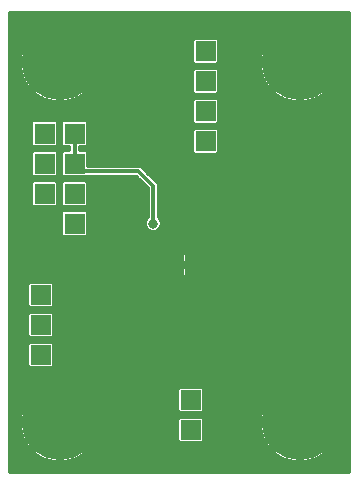
<source format=gbr>
G04 This is an RS-274x file exported by *
G04 gerbv version 2.6.1 *
G04 More information is available about gerbv at *
G04 http://gerbv.geda-project.org/ *
G04 --End of header info--*
%MOIN*%
%FSLAX34Y34*%
%IPPOS*%
G04 --Define apertures--*
%ADD10R,0.0650X0.0650*%
%ADD11C,0.2540*%
%ADD12C,0.0318*%
%ADD13R,0.0847X0.0669*%
%ADD14C,0.0357*%
%ADD15C,0.0120*%
%ADD16C,0.0318*%
G04 --Start main section--*
G54D10*
G01X0002035Y0005160D03*
G01X0002035Y0006160D03*
G01X0002035Y0007160D03*
G01X0002160Y0009535D03*
G01X0002160Y0010535D03*
G01X0003160Y0010535D03*
G01X0003160Y0009535D03*
G01X0003160Y0011535D03*
G01X0002160Y0011535D03*
G01X0002160Y0012535D03*
G01X0003160Y0012535D03*
G01X0006535Y0012285D03*
G01X0006535Y0013285D03*
G01X0006535Y0014285D03*
G01X0006535Y0015285D03*
G01X0007535Y0015285D03*
G01X0008535Y0015285D03*
G01X0008535Y0014285D03*
G01X0007535Y0014285D03*
G01X0007535Y0013285D03*
G01X0008535Y0013285D03*
G01X0008535Y0012285D03*
G01X0007535Y0012285D03*
G01X0007035Y0003660D03*
G01X0006035Y0003660D03*
G01X0006035Y0002660D03*
G01X0007035Y0002660D03*
G01X0008035Y0002660D03*
G01X0008035Y0003660D03*
G54D11*
G01X0010660Y0002910D03*
G01X0002660Y0002910D03*
G01X0002660Y0014910D03*
G01X0010660Y0014910D03*
G54D12*
G01X0006567Y0008318D03*
G01X0006410Y0008160D03*
G01X0006253Y0008003D03*
G01X0006567Y0008003D03*
G01X0006253Y0008318D03*
G54D13*
G01X0006410Y0008160D03*
G54D14*
G01X0005535Y0008410D03*
G01X0007410Y0008160D03*
G01X0008035Y0008285D03*
G01X0008535Y0008285D03*
G01X0008410Y0008660D03*
G01X0008785Y0009035D03*
G01X0009285Y0009035D03*
G01X0009785Y0009035D03*
G01X0010285Y0009035D03*
G01X0010785Y0009035D03*
G01X0011160Y0009285D03*
G01X0011410Y0009785D03*
G01X0011410Y0010410D03*
G01X0011410Y0010910D03*
G01X0010910Y0011410D03*
G01X0010660Y0011785D03*
G01X0010660Y0012410D03*
G01X0010785Y0013035D03*
G01X0011285Y0013035D03*
G01X0009160Y0013660D03*
G01X0009160Y0014160D03*
G01X0009160Y0014660D03*
G01X0009160Y0015160D03*
G01X0009160Y0015660D03*
G01X0008785Y0016035D03*
G01X0008285Y0016285D03*
G01X0007785Y0016285D03*
G01X0007285Y0016285D03*
G01X0006785Y0016285D03*
G01X0006410Y0016035D03*
G01X0005910Y0015910D03*
G01X0005910Y0015285D03*
G01X0005910Y0014785D03*
G01X0005910Y0014285D03*
G01X0005910Y0013785D03*
G01X0005910Y0013285D03*
G01X0005910Y0012785D03*
G01X0005910Y0012285D03*
G01X0005285Y0010785D03*
G01X0005285Y0010285D03*
G01X0006535Y0010410D03*
G01X0006660Y0010785D03*
G01X0008410Y0011035D03*
G01X0009035Y0008285D03*
G01X0009535Y0008285D03*
G01X0010035Y0008285D03*
G01X0010535Y0008285D03*
G01X0011160Y0008160D03*
G01X0011285Y0007535D03*
G01X0011285Y0006910D03*
G01X0011285Y0006285D03*
G01X0011285Y0005660D03*
G01X0010785Y0005410D03*
G01X0010285Y0005410D03*
G01X0009785Y0005410D03*
G01X0009285Y0005285D03*
G01X0009285Y0004785D03*
G01X0009285Y0004285D03*
G01X0009285Y0003785D03*
G01X0009285Y0002160D03*
G01X0009035Y0001785D03*
G01X0008535Y0001785D03*
G01X0008035Y0001785D03*
G01X0007535Y0001785D03*
G01X0006910Y0001785D03*
G01X0006410Y0001785D03*
G01X0005910Y0001785D03*
G01X0005410Y0001785D03*
G01X0004910Y0001660D03*
G01X0004410Y0001785D03*
G01X0003910Y0002035D03*
G01X0008035Y0006035D03*
G01X0003660Y0007660D03*
G01X0002910Y0007660D03*
G01X0004160Y0013285D03*
G01X0004160Y0013785D03*
G54D15*
G01X0001020Y0016550D02*
G01X0001020Y0001270D01*
G01X0001020Y0001270D02*
G01X0012300Y0001270D01*
G01X0012300Y0001270D02*
G01X0012300Y0016550D01*
G01X0012300Y0016550D02*
G01X0001020Y0016550D01*
G01X0001020Y0016475D02*
G01X0012300Y0016475D01*
G01X0012300Y0016355D02*
G01X0001020Y0016355D01*
G01X0001020Y0016236D02*
G01X0002549Y0016236D01*
G01X0002595Y0016240D02*
G01X0002465Y0016227D01*
G01X0002465Y0016227D02*
G01X0002336Y0016202D01*
G01X0002336Y0016202D02*
G01X0002211Y0016164D01*
G01X0002211Y0016164D02*
G01X0002091Y0016114D01*
G01X0002091Y0016114D02*
G01X0001975Y0016052D01*
G01X0001975Y0016052D02*
G01X0001867Y0015980D01*
G01X0001867Y0015980D02*
G01X0001766Y0015897D01*
G01X0001766Y0015897D02*
G01X0001673Y0015804D01*
G01X0001673Y0015804D02*
G01X0001590Y0015703D01*
G01X0001590Y0015703D02*
G01X0001518Y0015595D01*
G01X0001518Y0015595D02*
G01X0001456Y0015479D01*
G01X0001456Y0015479D02*
G01X0001406Y0015359D01*
G01X0001406Y0015359D02*
G01X0001368Y0015234D01*
G01X0001368Y0015234D02*
G01X0001343Y0015105D01*
G01X0001343Y0015105D02*
G01X0001330Y0014975D01*
G01X0001330Y0014975D02*
G01X0001330Y0014970D01*
G01X0001330Y0014970D02*
G01X0002600Y0014970D01*
G01X0002600Y0014970D02*
G01X0002600Y0016240D01*
G01X0002600Y0016240D02*
G01X0002595Y0016240D01*
G01X0002600Y0016236D02*
G01X0002720Y0016236D01*
G01X0002720Y0016240D02*
G01X0002720Y0014970D01*
G01X0002720Y0014970D02*
G01X0002600Y0014970D01*
G01X0002600Y0014970D02*
G01X0002600Y0014850D01*
G01X0002600Y0014850D02*
G01X0001330Y0014850D01*
G01X0001330Y0014850D02*
G01X0001330Y0014845D01*
G01X0001330Y0014845D02*
G01X0001343Y0014715D01*
G01X0001343Y0014715D02*
G01X0001368Y0014586D01*
G01X0001368Y0014586D02*
G01X0001406Y0014461D01*
G01X0001406Y0014461D02*
G01X0001456Y0014341D01*
G01X0001456Y0014341D02*
G01X0001518Y0014225D01*
G01X0001518Y0014225D02*
G01X0001590Y0014117D01*
G01X0001590Y0014117D02*
G01X0001673Y0014016D01*
G01X0001673Y0014016D02*
G01X0001766Y0013923D01*
G01X0001766Y0013923D02*
G01X0001867Y0013840D01*
G01X0001867Y0013840D02*
G01X0001975Y0013768D01*
G01X0001975Y0013768D02*
G01X0002091Y0013706D01*
G01X0002091Y0013706D02*
G01X0002211Y0013656D01*
G01X0002211Y0013656D02*
G01X0002336Y0013618D01*
G01X0002336Y0013618D02*
G01X0002465Y0013593D01*
G01X0002465Y0013593D02*
G01X0002595Y0013580D01*
G01X0002595Y0013580D02*
G01X0002600Y0013580D01*
G01X0002600Y0013580D02*
G01X0002600Y0014850D01*
G01X0002600Y0014850D02*
G01X0002720Y0014850D01*
G01X0002720Y0014850D02*
G01X0002720Y0014970D01*
G01X0002720Y0014970D02*
G01X0003990Y0014970D01*
G01X0003990Y0014970D02*
G01X0003990Y0014975D01*
G01X0003990Y0014975D02*
G01X0003977Y0015105D01*
G01X0003977Y0015105D02*
G01X0003952Y0015234D01*
G01X0003952Y0015234D02*
G01X0003914Y0015359D01*
G01X0003914Y0015359D02*
G01X0003864Y0015479D01*
G01X0003864Y0015479D02*
G01X0003802Y0015595D01*
G01X0003802Y0015595D02*
G01X0003730Y0015703D01*
G01X0003730Y0015703D02*
G01X0003647Y0015804D01*
G01X0003647Y0015804D02*
G01X0003554Y0015897D01*
G01X0003554Y0015897D02*
G01X0003453Y0015980D01*
G01X0003453Y0015980D02*
G01X0003345Y0016052D01*
G01X0003345Y0016052D02*
G01X0003229Y0016114D01*
G01X0003229Y0016114D02*
G01X0003109Y0016164D01*
G01X0003109Y0016164D02*
G01X0002984Y0016202D01*
G01X0002984Y0016202D02*
G01X0002855Y0016227D01*
G01X0002855Y0016227D02*
G01X0002725Y0016240D01*
G01X0002725Y0016240D02*
G01X0002720Y0016240D01*
G01X0002771Y0016236D02*
G01X0010549Y0016236D01*
G01X0010595Y0016240D02*
G01X0010465Y0016227D01*
G01X0010465Y0016227D02*
G01X0010336Y0016202D01*
G01X0010336Y0016202D02*
G01X0010211Y0016164D01*
G01X0010211Y0016164D02*
G01X0010091Y0016114D01*
G01X0010091Y0016114D02*
G01X0009975Y0016052D01*
G01X0009975Y0016052D02*
G01X0009867Y0015980D01*
G01X0009867Y0015980D02*
G01X0009766Y0015897D01*
G01X0009766Y0015897D02*
G01X0009673Y0015804D01*
G01X0009673Y0015804D02*
G01X0009590Y0015703D01*
G01X0009590Y0015703D02*
G01X0009518Y0015595D01*
G01X0009518Y0015595D02*
G01X0009456Y0015479D01*
G01X0009456Y0015479D02*
G01X0009406Y0015359D01*
G01X0009406Y0015359D02*
G01X0009368Y0015234D01*
G01X0009368Y0015234D02*
G01X0009343Y0015105D01*
G01X0009343Y0015105D02*
G01X0009330Y0014975D01*
G01X0009330Y0014975D02*
G01X0009330Y0014970D01*
G01X0009330Y0014970D02*
G01X0010600Y0014970D01*
G01X0010600Y0014970D02*
G01X0010600Y0016240D01*
G01X0010600Y0016240D02*
G01X0010595Y0016240D01*
G01X0010600Y0016236D02*
G01X0010720Y0016236D01*
G01X0010720Y0016240D02*
G01X0010720Y0014970D01*
G01X0010720Y0014970D02*
G01X0010600Y0014970D01*
G01X0010600Y0014970D02*
G01X0010600Y0014850D01*
G01X0010600Y0014850D02*
G01X0009330Y0014850D01*
G01X0009330Y0014850D02*
G01X0009330Y0014845D01*
G01X0009330Y0014845D02*
G01X0009343Y0014715D01*
G01X0009343Y0014715D02*
G01X0009368Y0014586D01*
G01X0009368Y0014586D02*
G01X0009406Y0014461D01*
G01X0009406Y0014461D02*
G01X0009456Y0014341D01*
G01X0009456Y0014341D02*
G01X0009518Y0014225D01*
G01X0009518Y0014225D02*
G01X0009590Y0014117D01*
G01X0009590Y0014117D02*
G01X0009673Y0014016D01*
G01X0009673Y0014016D02*
G01X0009766Y0013923D01*
G01X0009766Y0013923D02*
G01X0009867Y0013840D01*
G01X0009867Y0013840D02*
G01X0009975Y0013768D01*
G01X0009975Y0013768D02*
G01X0010091Y0013706D01*
G01X0010091Y0013706D02*
G01X0010211Y0013656D01*
G01X0010211Y0013656D02*
G01X0010336Y0013618D01*
G01X0010336Y0013618D02*
G01X0010465Y0013593D01*
G01X0010465Y0013593D02*
G01X0010595Y0013580D01*
G01X0010595Y0013580D02*
G01X0010600Y0013580D01*
G01X0010600Y0013580D02*
G01X0010600Y0014850D01*
G01X0010600Y0014850D02*
G01X0010720Y0014850D01*
G01X0010720Y0014850D02*
G01X0010720Y0014970D01*
G01X0010720Y0014970D02*
G01X0011990Y0014970D01*
G01X0011990Y0014970D02*
G01X0011990Y0014975D01*
G01X0011990Y0014975D02*
G01X0011977Y0015105D01*
G01X0011977Y0015105D02*
G01X0011952Y0015234D01*
G01X0011952Y0015234D02*
G01X0011914Y0015359D01*
G01X0011914Y0015359D02*
G01X0011864Y0015479D01*
G01X0011864Y0015479D02*
G01X0011802Y0015595D01*
G01X0011802Y0015595D02*
G01X0011730Y0015703D01*
G01X0011730Y0015703D02*
G01X0011647Y0015804D01*
G01X0011647Y0015804D02*
G01X0011554Y0015897D01*
G01X0011554Y0015897D02*
G01X0011453Y0015980D01*
G01X0011453Y0015980D02*
G01X0011345Y0016052D01*
G01X0011345Y0016052D02*
G01X0011229Y0016114D01*
G01X0011229Y0016114D02*
G01X0011109Y0016164D01*
G01X0011109Y0016164D02*
G01X0010984Y0016202D01*
G01X0010984Y0016202D02*
G01X0010855Y0016227D01*
G01X0010855Y0016227D02*
G01X0010725Y0016240D01*
G01X0010725Y0016240D02*
G01X0010720Y0016240D01*
G01X0010771Y0016236D02*
G01X0012300Y0016236D01*
G01X0012300Y0016116D02*
G01X0011225Y0016116D01*
G01X0011429Y0015996D02*
G01X0012300Y0015996D01*
G01X0012300Y0015876D02*
G01X0011575Y0015876D01*
G01X0011686Y0015756D02*
G01X0012300Y0015756D01*
G01X0012300Y0015636D02*
G01X0011774Y0015636D01*
G01X0011844Y0015516D02*
G01X0012300Y0015516D01*
G01X0012300Y0015397D02*
G01X0011898Y0015397D01*
G01X0011939Y0015277D02*
G01X0012300Y0015277D01*
G01X0012300Y0015157D02*
G01X0011967Y0015157D01*
G01X0011984Y0015037D02*
G01X0012300Y0015037D01*
G01X0012300Y0014917D02*
G01X0010720Y0014917D01*
G01X0010720Y0014850D02*
G01X0011990Y0014850D01*
G01X0011990Y0014850D02*
G01X0011990Y0014845D01*
G01X0011990Y0014845D02*
G01X0011977Y0014715D01*
G01X0011977Y0014715D02*
G01X0011952Y0014586D01*
G01X0011952Y0014586D02*
G01X0011914Y0014461D01*
G01X0011914Y0014461D02*
G01X0011864Y0014341D01*
G01X0011864Y0014341D02*
G01X0011802Y0014225D01*
G01X0011802Y0014225D02*
G01X0011730Y0014117D01*
G01X0011730Y0014117D02*
G01X0011647Y0014016D01*
G01X0011647Y0014016D02*
G01X0011554Y0013923D01*
G01X0011554Y0013923D02*
G01X0011453Y0013840D01*
G01X0011453Y0013840D02*
G01X0011345Y0013768D01*
G01X0011345Y0013768D02*
G01X0011229Y0013706D01*
G01X0011229Y0013706D02*
G01X0011109Y0013656D01*
G01X0011109Y0013656D02*
G01X0010984Y0013618D01*
G01X0010984Y0013618D02*
G01X0010855Y0013593D01*
G01X0010855Y0013593D02*
G01X0010725Y0013580D01*
G01X0010725Y0013580D02*
G01X0010720Y0013580D01*
G01X0010720Y0013580D02*
G01X0010720Y0014850D01*
G01X0010720Y0014797D02*
G01X0010600Y0014797D01*
G01X0010600Y0014917D02*
G01X0008902Y0014917D01*
G01X0008894Y0014909D02*
G01X0008911Y0014926D01*
G01X0008911Y0014926D02*
G01X0008920Y0014948D01*
G01X0008920Y0014948D02*
G01X0008920Y0015258D01*
G01X0008920Y0015258D02*
G01X0008563Y0015258D01*
G01X0008563Y0015258D02*
G01X0008563Y0015313D01*
G01X0008563Y0015313D02*
G01X0008508Y0015313D01*
G01X0008508Y0015313D02*
G01X0008508Y0015670D01*
G01X0008508Y0015670D02*
G01X0008198Y0015670D01*
G01X0008198Y0015670D02*
G01X0008176Y0015661D01*
G01X0008176Y0015661D02*
G01X0008159Y0015644D01*
G01X0008159Y0015644D02*
G01X0008150Y0015622D01*
G01X0008150Y0015622D02*
G01X0008150Y0015313D01*
G01X0008150Y0015313D02*
G01X0008508Y0015313D01*
G01X0008508Y0015313D02*
G01X0008508Y0015258D01*
G01X0008508Y0015258D02*
G01X0008150Y0015258D01*
G01X0008150Y0015258D02*
G01X0008150Y0014948D01*
G01X0008150Y0014948D02*
G01X0008159Y0014926D01*
G01X0008159Y0014926D02*
G01X0008176Y0014909D01*
G01X0008176Y0014909D02*
G01X0008198Y0014900D01*
G01X0008198Y0014900D02*
G01X0008508Y0014900D01*
G01X0008508Y0014900D02*
G01X0008508Y0015258D01*
G01X0008508Y0015258D02*
G01X0008563Y0015258D01*
G01X0008563Y0015258D02*
G01X0008563Y0014900D01*
G01X0008563Y0014900D02*
G01X0008872Y0014900D01*
G01X0008872Y0014900D02*
G01X0008894Y0014909D01*
G01X0008920Y0015037D02*
G01X0009336Y0015037D01*
G01X0009353Y0015157D02*
G01X0008920Y0015157D01*
G01X0008920Y0015313D02*
G01X0008920Y0015622D01*
G01X0008920Y0015622D02*
G01X0008911Y0015644D01*
G01X0008911Y0015644D02*
G01X0008894Y0015661D01*
G01X0008894Y0015661D02*
G01X0008872Y0015670D01*
G01X0008872Y0015670D02*
G01X0008563Y0015670D01*
G01X0008563Y0015670D02*
G01X0008563Y0015313D01*
G01X0008563Y0015313D02*
G01X0008920Y0015313D01*
G01X0008920Y0015397D02*
G01X0009422Y0015397D01*
G01X0009381Y0015277D02*
G01X0008563Y0015277D01*
G01X0008508Y0015277D02*
G01X0007980Y0015277D01*
G01X0007980Y0015397D02*
G01X0008150Y0015397D01*
G01X0008150Y0015516D02*
G01X0007980Y0015516D01*
G01X0007980Y0015636D02*
G01X0008156Y0015636D01*
G01X0007980Y0015660D02*
G01X0007910Y0015730D01*
G01X0007910Y0015730D02*
G01X0007160Y0015730D01*
G01X0007160Y0015730D02*
G01X0007090Y0015660D01*
G01X0007090Y0015660D02*
G01X0007090Y0014910D01*
G01X0007090Y0014910D02*
G01X0007160Y0014840D01*
G01X0007160Y0014840D02*
G01X0007910Y0014840D01*
G01X0007910Y0014840D02*
G01X0007980Y0014910D01*
G01X0007980Y0014910D02*
G01X0007980Y0015660D01*
G01X0007980Y0015157D02*
G01X0008150Y0015157D01*
G01X0008150Y0015037D02*
G01X0007980Y0015037D01*
G01X0007980Y0014917D02*
G01X0008168Y0014917D01*
G01X0007980Y0014660D02*
G01X0007910Y0014730D01*
G01X0007910Y0014730D02*
G01X0007160Y0014730D01*
G01X0007160Y0014730D02*
G01X0007090Y0014660D01*
G01X0007090Y0014660D02*
G01X0007090Y0013910D01*
G01X0007090Y0013910D02*
G01X0007160Y0013840D01*
G01X0007160Y0013840D02*
G01X0007910Y0013840D01*
G01X0007910Y0013840D02*
G01X0007980Y0013910D01*
G01X0007980Y0013910D02*
G01X0007980Y0014660D01*
G01X0007962Y0014677D02*
G01X0009350Y0014677D01*
G01X0009335Y0014797D02*
G01X0003985Y0014797D01*
G01X0003990Y0014845D02*
G01X0003990Y0014850D01*
G01X0003990Y0014850D02*
G01X0002720Y0014850D01*
G01X0002720Y0014850D02*
G01X0002720Y0013580D01*
G01X0002720Y0013580D02*
G01X0002725Y0013580D01*
G01X0002725Y0013580D02*
G01X0002855Y0013593D01*
G01X0002855Y0013593D02*
G01X0002984Y0013618D01*
G01X0002984Y0013618D02*
G01X0003109Y0013656D01*
G01X0003109Y0013656D02*
G01X0003229Y0013706D01*
G01X0003229Y0013706D02*
G01X0003345Y0013768D01*
G01X0003345Y0013768D02*
G01X0003453Y0013840D01*
G01X0003453Y0013840D02*
G01X0003554Y0013923D01*
G01X0003554Y0013923D02*
G01X0003647Y0014016D01*
G01X0003647Y0014016D02*
G01X0003730Y0014117D01*
G01X0003730Y0014117D02*
G01X0003802Y0014225D01*
G01X0003802Y0014225D02*
G01X0003864Y0014341D01*
G01X0003864Y0014341D02*
G01X0003914Y0014461D01*
G01X0003914Y0014461D02*
G01X0003952Y0014586D01*
G01X0003952Y0014586D02*
G01X0003977Y0014715D01*
G01X0003977Y0014715D02*
G01X0003990Y0014845D01*
G01X0003970Y0014677D02*
G01X0007108Y0014677D01*
G01X0007090Y0014558D02*
G01X0006920Y0014558D01*
G01X0006920Y0014622D02*
G01X0006911Y0014644D01*
G01X0006911Y0014644D02*
G01X0006894Y0014661D01*
G01X0006894Y0014661D02*
G01X0006872Y0014670D01*
G01X0006872Y0014670D02*
G01X0006563Y0014670D01*
G01X0006563Y0014670D02*
G01X0006563Y0014313D01*
G01X0006563Y0014313D02*
G01X0006508Y0014313D01*
G01X0006508Y0014313D02*
G01X0006508Y0014670D01*
G01X0006508Y0014670D02*
G01X0006198Y0014670D01*
G01X0006198Y0014670D02*
G01X0006176Y0014661D01*
G01X0006176Y0014661D02*
G01X0006159Y0014644D01*
G01X0006159Y0014644D02*
G01X0006150Y0014622D01*
G01X0006150Y0014622D02*
G01X0006150Y0014313D01*
G01X0006150Y0014313D02*
G01X0006508Y0014313D01*
G01X0006508Y0014313D02*
G01X0006508Y0014258D01*
G01X0006508Y0014258D02*
G01X0006150Y0014258D01*
G01X0006150Y0014258D02*
G01X0006150Y0013948D01*
G01X0006150Y0013948D02*
G01X0006159Y0013926D01*
G01X0006159Y0013926D02*
G01X0006176Y0013909D01*
G01X0006176Y0013909D02*
G01X0006198Y0013900D01*
G01X0006198Y0013900D02*
G01X0006508Y0013900D01*
G01X0006508Y0013900D02*
G01X0006508Y0014258D01*
G01X0006508Y0014258D02*
G01X0006563Y0014258D01*
G01X0006563Y0014258D02*
G01X0006563Y0014313D01*
G01X0006563Y0014313D02*
G01X0006920Y0014313D01*
G01X0006920Y0014313D02*
G01X0006920Y0014622D01*
G01X0006920Y0014438D02*
G01X0007090Y0014438D01*
G01X0007090Y0014318D02*
G01X0006920Y0014318D01*
G01X0006920Y0014258D02*
G01X0006563Y0014258D01*
G01X0006563Y0014258D02*
G01X0006563Y0013900D01*
G01X0006563Y0013900D02*
G01X0006872Y0013900D01*
G01X0006872Y0013900D02*
G01X0006894Y0013909D01*
G01X0006894Y0013909D02*
G01X0006911Y0013926D01*
G01X0006911Y0013926D02*
G01X0006920Y0013948D01*
G01X0006920Y0013948D02*
G01X0006920Y0014258D01*
G01X0006920Y0014198D02*
G01X0007090Y0014198D01*
G01X0007090Y0014078D02*
G01X0006920Y0014078D01*
G01X0006920Y0013958D02*
G01X0007090Y0013958D01*
G01X0007160Y0013730D02*
G01X0007090Y0013660D01*
G01X0007090Y0013660D02*
G01X0007090Y0012910D01*
G01X0007090Y0012910D02*
G01X0007160Y0012840D01*
G01X0007160Y0012840D02*
G01X0007910Y0012840D01*
G01X0007910Y0012840D02*
G01X0007980Y0012910D01*
G01X0007980Y0012910D02*
G01X0007980Y0013660D01*
G01X0007980Y0013660D02*
G01X0007910Y0013730D01*
G01X0007910Y0013730D02*
G01X0007160Y0013730D01*
G01X0007149Y0013719D02*
G01X0003253Y0013719D01*
G01X0003450Y0013839D02*
G01X0009870Y0013839D01*
G01X0009731Y0013958D02*
G01X0008920Y0013958D01*
G01X0008920Y0013948D02*
G01X0008920Y0014258D01*
G01X0008920Y0014258D02*
G01X0008563Y0014258D01*
G01X0008563Y0014258D02*
G01X0008563Y0014313D01*
G01X0008563Y0014313D02*
G01X0008508Y0014313D01*
G01X0008508Y0014313D02*
G01X0008508Y0014670D01*
G01X0008508Y0014670D02*
G01X0008198Y0014670D01*
G01X0008198Y0014670D02*
G01X0008176Y0014661D01*
G01X0008176Y0014661D02*
G01X0008159Y0014644D01*
G01X0008159Y0014644D02*
G01X0008150Y0014622D01*
G01X0008150Y0014622D02*
G01X0008150Y0014313D01*
G01X0008150Y0014313D02*
G01X0008508Y0014313D01*
G01X0008508Y0014313D02*
G01X0008508Y0014258D01*
G01X0008508Y0014258D02*
G01X0008150Y0014258D01*
G01X0008150Y0014258D02*
G01X0008150Y0013948D01*
G01X0008150Y0013948D02*
G01X0008159Y0013926D01*
G01X0008159Y0013926D02*
G01X0008176Y0013909D01*
G01X0008176Y0013909D02*
G01X0008198Y0013900D01*
G01X0008198Y0013900D02*
G01X0008508Y0013900D01*
G01X0008508Y0013900D02*
G01X0008508Y0014258D01*
G01X0008508Y0014258D02*
G01X0008563Y0014258D01*
G01X0008563Y0014258D02*
G01X0008563Y0013900D01*
G01X0008563Y0013900D02*
G01X0008872Y0013900D01*
G01X0008872Y0013900D02*
G01X0008894Y0013909D01*
G01X0008894Y0013909D02*
G01X0008911Y0013926D01*
G01X0008911Y0013926D02*
G01X0008920Y0013948D01*
G01X0008920Y0014078D02*
G01X0009622Y0014078D01*
G01X0009536Y0014198D02*
G01X0008920Y0014198D01*
G01X0008920Y0014313D02*
G01X0008920Y0014622D01*
G01X0008920Y0014622D02*
G01X0008911Y0014644D01*
G01X0008911Y0014644D02*
G01X0008894Y0014661D01*
G01X0008894Y0014661D02*
G01X0008872Y0014670D01*
G01X0008872Y0014670D02*
G01X0008563Y0014670D01*
G01X0008563Y0014670D02*
G01X0008563Y0014313D01*
G01X0008563Y0014313D02*
G01X0008920Y0014313D01*
G01X0008920Y0014318D02*
G01X0009468Y0014318D01*
G01X0009416Y0014438D02*
G01X0008920Y0014438D01*
G01X0008920Y0014558D02*
G01X0009377Y0014558D01*
G01X0008563Y0014558D02*
G01X0008508Y0014558D01*
G01X0008508Y0014438D02*
G01X0008563Y0014438D01*
G01X0008563Y0014318D02*
G01X0008508Y0014318D01*
G01X0008508Y0014198D02*
G01X0008563Y0014198D01*
G01X0008563Y0014078D02*
G01X0008508Y0014078D01*
G01X0008508Y0013958D02*
G01X0008563Y0013958D01*
G01X0008563Y0013670D02*
G01X0008872Y0013670D01*
G01X0008872Y0013670D02*
G01X0008894Y0013661D01*
G01X0008894Y0013661D02*
G01X0008911Y0013644D01*
G01X0008911Y0013644D02*
G01X0008920Y0013622D01*
G01X0008920Y0013622D02*
G01X0008920Y0013313D01*
G01X0008920Y0013313D02*
G01X0008563Y0013313D01*
G01X0008563Y0013313D02*
G01X0008563Y0013258D01*
G01X0008563Y0013258D02*
G01X0008920Y0013258D01*
G01X0008920Y0013258D02*
G01X0008920Y0012948D01*
G01X0008920Y0012948D02*
G01X0008911Y0012926D01*
G01X0008911Y0012926D02*
G01X0008894Y0012909D01*
G01X0008894Y0012909D02*
G01X0008872Y0012900D01*
G01X0008872Y0012900D02*
G01X0008563Y0012900D01*
G01X0008563Y0012900D02*
G01X0008563Y0013258D01*
G01X0008563Y0013258D02*
G01X0008508Y0013258D01*
G01X0008508Y0013258D02*
G01X0008508Y0012900D01*
G01X0008508Y0012900D02*
G01X0008198Y0012900D01*
G01X0008198Y0012900D02*
G01X0008176Y0012909D01*
G01X0008176Y0012909D02*
G01X0008159Y0012926D01*
G01X0008159Y0012926D02*
G01X0008150Y0012948D01*
G01X0008150Y0012948D02*
G01X0008150Y0013258D01*
G01X0008150Y0013258D02*
G01X0008508Y0013258D01*
G01X0008508Y0013258D02*
G01X0008508Y0013313D01*
G01X0008508Y0013313D02*
G01X0008508Y0013670D01*
G01X0008508Y0013670D02*
G01X0008198Y0013670D01*
G01X0008198Y0013670D02*
G01X0008176Y0013661D01*
G01X0008176Y0013661D02*
G01X0008159Y0013644D01*
G01X0008159Y0013644D02*
G01X0008150Y0013622D01*
G01X0008150Y0013622D02*
G01X0008150Y0013313D01*
G01X0008150Y0013313D02*
G01X0008508Y0013313D01*
G01X0008508Y0013313D02*
G01X0008563Y0013313D01*
G01X0008563Y0013313D02*
G01X0008563Y0013670D01*
G01X0008563Y0013599D02*
G01X0008508Y0013599D01*
G01X0008508Y0013479D02*
G01X0008563Y0013479D01*
G01X0008563Y0013359D02*
G01X0008508Y0013359D01*
G01X0008508Y0013239D02*
G01X0008563Y0013239D01*
G01X0008563Y0013119D02*
G01X0008508Y0013119D01*
G01X0008508Y0013000D02*
G01X0008563Y0013000D01*
G01X0008563Y0012670D02*
G01X0008872Y0012670D01*
G01X0008872Y0012670D02*
G01X0008894Y0012661D01*
G01X0008894Y0012661D02*
G01X0008911Y0012644D01*
G01X0008911Y0012644D02*
G01X0008920Y0012622D01*
G01X0008920Y0012622D02*
G01X0008920Y0012313D01*
G01X0008920Y0012313D02*
G01X0008563Y0012313D01*
G01X0008563Y0012313D02*
G01X0008563Y0012257D01*
G01X0008563Y0012257D02*
G01X0008920Y0012257D01*
G01X0008920Y0012257D02*
G01X0008920Y0011948D01*
G01X0008920Y0011948D02*
G01X0008911Y0011926D01*
G01X0008911Y0011926D02*
G01X0008894Y0011909D01*
G01X0008894Y0011909D02*
G01X0008872Y0011900D01*
G01X0008872Y0011900D02*
G01X0008563Y0011900D01*
G01X0008563Y0011900D02*
G01X0008563Y0012257D01*
G01X0008563Y0012257D02*
G01X0008508Y0012257D01*
G01X0008508Y0012257D02*
G01X0008508Y0011900D01*
G01X0008508Y0011900D02*
G01X0008198Y0011900D01*
G01X0008198Y0011900D02*
G01X0008176Y0011909D01*
G01X0008176Y0011909D02*
G01X0008159Y0011926D01*
G01X0008159Y0011926D02*
G01X0008150Y0011948D01*
G01X0008150Y0011948D02*
G01X0008150Y0012257D01*
G01X0008150Y0012257D02*
G01X0008508Y0012257D01*
G01X0008508Y0012257D02*
G01X0008508Y0012313D01*
G01X0008508Y0012313D02*
G01X0008508Y0012670D01*
G01X0008508Y0012670D02*
G01X0008198Y0012670D01*
G01X0008198Y0012670D02*
G01X0008176Y0012661D01*
G01X0008176Y0012661D02*
G01X0008159Y0012644D01*
G01X0008159Y0012644D02*
G01X0008150Y0012622D01*
G01X0008150Y0012622D02*
G01X0008150Y0012313D01*
G01X0008150Y0012313D02*
G01X0008508Y0012313D01*
G01X0008508Y0012313D02*
G01X0008563Y0012313D01*
G01X0008563Y0012313D02*
G01X0008563Y0012670D01*
G01X0008563Y0012640D02*
G01X0008508Y0012640D01*
G01X0008508Y0012520D02*
G01X0008563Y0012520D01*
G01X0008563Y0012400D02*
G01X0008508Y0012400D01*
G01X0008508Y0012280D02*
G01X0007980Y0012280D01*
G01X0007980Y0012161D02*
G01X0008150Y0012161D01*
G01X0008150Y0012041D02*
G01X0007980Y0012041D01*
G01X0007980Y0011921D02*
G01X0008164Y0011921D01*
G01X0007980Y0011910D02*
G01X0007910Y0011840D01*
G01X0007910Y0011840D02*
G01X0007160Y0011840D01*
G01X0007160Y0011840D02*
G01X0007090Y0011910D01*
G01X0007090Y0011910D02*
G01X0007090Y0012660D01*
G01X0007090Y0012660D02*
G01X0007160Y0012730D01*
G01X0007160Y0012730D02*
G01X0007910Y0012730D01*
G01X0007910Y0012730D02*
G01X0007980Y0012660D01*
G01X0007980Y0012660D02*
G01X0007980Y0011910D01*
G01X0007980Y0012400D02*
G01X0008150Y0012400D01*
G01X0008150Y0012520D02*
G01X0007980Y0012520D01*
G01X0007980Y0012640D02*
G01X0008158Y0012640D01*
G01X0007949Y0012880D02*
G01X0012300Y0012880D01*
G01X0012300Y0013000D02*
G01X0008920Y0013000D01*
G01X0008920Y0013119D02*
G01X0012300Y0013119D01*
G01X0012300Y0013239D02*
G01X0008920Y0013239D01*
G01X0008920Y0013359D02*
G01X0012300Y0013359D01*
G01X0012300Y0013479D02*
G01X0008920Y0013479D01*
G01X0008920Y0013599D02*
G01X0010435Y0013599D01*
G01X0010600Y0013599D02*
G01X0010720Y0013599D01*
G01X0010720Y0013719D02*
G01X0010600Y0013719D01*
G01X0010600Y0013839D02*
G01X0010720Y0013839D01*
G01X0010720Y0013958D02*
G01X0010600Y0013958D01*
G01X0010600Y0014078D02*
G01X0010720Y0014078D01*
G01X0010720Y0014198D02*
G01X0010600Y0014198D01*
G01X0010600Y0014318D02*
G01X0010720Y0014318D01*
G01X0010720Y0014438D02*
G01X0010600Y0014438D01*
G01X0010600Y0014558D02*
G01X0010720Y0014558D01*
G01X0010720Y0014677D02*
G01X0010600Y0014677D01*
G01X0010600Y0015037D02*
G01X0010720Y0015037D01*
G01X0010720Y0015157D02*
G01X0010600Y0015157D01*
G01X0010600Y0015277D02*
G01X0010720Y0015277D01*
G01X0010720Y0015397D02*
G01X0010600Y0015397D01*
G01X0010600Y0015516D02*
G01X0010720Y0015516D01*
G01X0010720Y0015636D02*
G01X0010600Y0015636D01*
G01X0010600Y0015756D02*
G01X0010720Y0015756D01*
G01X0010720Y0015876D02*
G01X0010600Y0015876D01*
G01X0010600Y0015996D02*
G01X0010720Y0015996D01*
G01X0010720Y0016116D02*
G01X0010600Y0016116D01*
G01X0010095Y0016116D02*
G01X0003225Y0016116D01*
G01X0003429Y0015996D02*
G01X0009891Y0015996D01*
G01X0009745Y0015876D02*
G01X0003575Y0015876D01*
G01X0003686Y0015756D02*
G01X0009634Y0015756D01*
G01X0009546Y0015636D02*
G01X0008914Y0015636D01*
G01X0008920Y0015516D02*
G01X0009476Y0015516D01*
G01X0008563Y0015516D02*
G01X0008508Y0015516D01*
G01X0008508Y0015636D02*
G01X0008563Y0015636D01*
G01X0008563Y0015397D02*
G01X0008508Y0015397D01*
G01X0008508Y0015157D02*
G01X0008563Y0015157D01*
G01X0008563Y0015037D02*
G01X0008508Y0015037D01*
G01X0008508Y0014917D02*
G01X0008563Y0014917D01*
G01X0008150Y0014558D02*
G01X0007980Y0014558D01*
G01X0007980Y0014438D02*
G01X0008150Y0014438D01*
G01X0008150Y0014318D02*
G01X0007980Y0014318D01*
G01X0007980Y0014198D02*
G01X0008150Y0014198D01*
G01X0008150Y0014078D02*
G01X0007980Y0014078D01*
G01X0007980Y0013958D02*
G01X0008150Y0013958D01*
G01X0007921Y0013719D02*
G01X0010068Y0013719D01*
G01X0010885Y0013599D02*
G01X0012300Y0013599D01*
G01X0012300Y0013719D02*
G01X0011253Y0013719D01*
G01X0011450Y0013839D02*
G01X0012300Y0013839D01*
G01X0012300Y0013958D02*
G01X0011589Y0013958D01*
G01X0011698Y0014078D02*
G01X0012300Y0014078D01*
G01X0012300Y0014198D02*
G01X0011784Y0014198D01*
G01X0011852Y0014318D02*
G01X0012300Y0014318D01*
G01X0012300Y0014438D02*
G01X0011904Y0014438D01*
G01X0011943Y0014558D02*
G01X0012300Y0014558D01*
G01X0012300Y0014677D02*
G01X0011970Y0014677D01*
G01X0011985Y0014797D02*
G01X0012300Y0014797D01*
G01X0012300Y0012760D02*
G01X0003605Y0012760D01*
G01X0003605Y0012640D02*
G01X0006158Y0012640D01*
G01X0006159Y0012644D02*
G01X0006150Y0012622D01*
G01X0006150Y0012622D02*
G01X0006150Y0012313D01*
G01X0006150Y0012313D02*
G01X0006508Y0012313D01*
G01X0006508Y0012313D02*
G01X0006508Y0012670D01*
G01X0006508Y0012670D02*
G01X0006198Y0012670D01*
G01X0006198Y0012670D02*
G01X0006176Y0012661D01*
G01X0006176Y0012661D02*
G01X0006159Y0012644D01*
G01X0006150Y0012520D02*
G01X0003605Y0012520D01*
G01X0003605Y0012400D02*
G01X0006150Y0012400D01*
G01X0006150Y0012257D02*
G01X0006150Y0011948D01*
G01X0006150Y0011948D02*
G01X0006159Y0011926D01*
G01X0006159Y0011926D02*
G01X0006176Y0011909D01*
G01X0006176Y0011909D02*
G01X0006198Y0011900D01*
G01X0006198Y0011900D02*
G01X0006508Y0011900D01*
G01X0006508Y0011900D02*
G01X0006508Y0012257D01*
G01X0006508Y0012257D02*
G01X0006563Y0012257D01*
G01X0006563Y0012257D02*
G01X0006563Y0012313D01*
G01X0006563Y0012313D02*
G01X0006920Y0012313D01*
G01X0006920Y0012313D02*
G01X0006920Y0012622D01*
G01X0006920Y0012622D02*
G01X0006911Y0012644D01*
G01X0006911Y0012644D02*
G01X0006894Y0012661D01*
G01X0006894Y0012661D02*
G01X0006872Y0012670D01*
G01X0006872Y0012670D02*
G01X0006563Y0012670D01*
G01X0006563Y0012670D02*
G01X0006563Y0012313D01*
G01X0006563Y0012313D02*
G01X0006508Y0012313D01*
G01X0006508Y0012313D02*
G01X0006508Y0012257D01*
G01X0006508Y0012257D02*
G01X0006150Y0012257D01*
G01X0006150Y0012161D02*
G01X0003605Y0012161D01*
G01X0003605Y0012160D02*
G01X0003605Y0012910D01*
G01X0003605Y0012910D02*
G01X0003535Y0012980D01*
G01X0003535Y0012980D02*
G01X0002785Y0012980D01*
G01X0002785Y0012980D02*
G01X0002715Y0012910D01*
G01X0002715Y0012910D02*
G01X0002715Y0012160D01*
G01X0002715Y0012160D02*
G01X0002785Y0012090D01*
G01X0002785Y0012090D02*
G01X0002980Y0012090D01*
G01X0002980Y0012090D02*
G01X0002980Y0011980D01*
G01X0002980Y0011980D02*
G01X0002785Y0011980D01*
G01X0002785Y0011980D02*
G01X0002715Y0011910D01*
G01X0002715Y0011910D02*
G01X0002715Y0011160D01*
G01X0002715Y0011160D02*
G01X0002785Y0011090D01*
G01X0002785Y0011090D02*
G01X0003535Y0011090D01*
G01X0003535Y0011090D02*
G01X0003550Y0011105D01*
G01X0003550Y0011105D02*
G01X0005210Y0011105D01*
G01X0005210Y0011105D02*
G01X0005605Y0010710D01*
G01X0005605Y0010710D02*
G01X0005605Y0009749D01*
G01X0005605Y0009749D02*
G01X0005549Y0009693D01*
G01X0005549Y0009693D02*
G01X0005506Y0009590D01*
G01X0005506Y0009590D02*
G01X0005506Y0009480D01*
G01X0005506Y0009480D02*
G01X0005549Y0009377D01*
G01X0005549Y0009377D02*
G01X0005627Y0009299D01*
G01X0005627Y0009299D02*
G01X0005730Y0009256D01*
G01X0005730Y0009256D02*
G01X0005840Y0009256D01*
G01X0005840Y0009256D02*
G01X0005943Y0009299D01*
G01X0005943Y0009299D02*
G01X0006021Y0009377D01*
G01X0006021Y0009377D02*
G01X0006064Y0009480D01*
G01X0006064Y0009480D02*
G01X0006064Y0009590D01*
G01X0006064Y0009590D02*
G01X0006021Y0009693D01*
G01X0006021Y0009693D02*
G01X0005965Y0009749D01*
G01X0005965Y0009749D02*
G01X0005965Y0010860D01*
G01X0005965Y0010860D02*
G01X0005860Y0010965D01*
G01X0005860Y0010965D02*
G01X0005360Y0011465D01*
G01X0005360Y0011465D02*
G01X0003605Y0011465D01*
G01X0003605Y0011465D02*
G01X0003605Y0011910D01*
G01X0003605Y0011910D02*
G01X0003535Y0011980D01*
G01X0003535Y0011980D02*
G01X0003340Y0011980D01*
G01X0003340Y0011980D02*
G01X0003340Y0012090D01*
G01X0003340Y0012090D02*
G01X0003535Y0012090D01*
G01X0003535Y0012090D02*
G01X0003605Y0012160D01*
G01X0003605Y0012280D02*
G01X0006508Y0012280D01*
G01X0006563Y0012280D02*
G01X0007090Y0012280D01*
G01X0007090Y0012161D02*
G01X0006920Y0012161D01*
G01X0006920Y0012257D02*
G01X0006563Y0012257D01*
G01X0006563Y0012257D02*
G01X0006563Y0011900D01*
G01X0006563Y0011900D02*
G01X0006872Y0011900D01*
G01X0006872Y0011900D02*
G01X0006894Y0011909D01*
G01X0006894Y0011909D02*
G01X0006911Y0011926D01*
G01X0006911Y0011926D02*
G01X0006920Y0011948D01*
G01X0006920Y0011948D02*
G01X0006920Y0012257D01*
G01X0006920Y0012400D02*
G01X0007090Y0012400D01*
G01X0007090Y0012520D02*
G01X0006920Y0012520D01*
G01X0006913Y0012640D02*
G01X0007090Y0012640D01*
G01X0007121Y0012880D02*
G01X0003605Y0012880D01*
G01X0003160Y0012535D02*
G01X0003160Y0011535D01*
G01X0003160Y0011535D02*
G01X0003410Y0011285D01*
G01X0003410Y0011285D02*
G01X0005285Y0011285D01*
G01X0005285Y0011285D02*
G01X0005785Y0010785D01*
G01X0005785Y0010785D02*
G01X0005785Y0009535D01*
G01X0005528Y0009644D02*
G01X0003605Y0009644D01*
G01X0003605Y0009764D02*
G01X0005605Y0009764D01*
G01X0005605Y0009883D02*
G01X0003605Y0009883D01*
G01X0003605Y0009910D02*
G01X0003535Y0009980D01*
G01X0003535Y0009980D02*
G01X0002785Y0009980D01*
G01X0002785Y0009980D02*
G01X0002715Y0009910D01*
G01X0002715Y0009910D02*
G01X0002715Y0009160D01*
G01X0002715Y0009160D02*
G01X0002785Y0009090D01*
G01X0002785Y0009090D02*
G01X0003535Y0009090D01*
G01X0003535Y0009090D02*
G01X0003605Y0009160D01*
G01X0003605Y0009160D02*
G01X0003605Y0009910D01*
G01X0003535Y0010090D02*
G01X0003605Y0010160D01*
G01X0003605Y0010160D02*
G01X0003605Y0010910D01*
G01X0003605Y0010910D02*
G01X0003535Y0010980D01*
G01X0003535Y0010980D02*
G01X0002785Y0010980D01*
G01X0002785Y0010980D02*
G01X0002715Y0010910D01*
G01X0002715Y0010910D02*
G01X0002715Y0010160D01*
G01X0002715Y0010160D02*
G01X0002785Y0010090D01*
G01X0002785Y0010090D02*
G01X0003535Y0010090D01*
G01X0003568Y0010123D02*
G01X0005605Y0010123D01*
G01X0005605Y0010243D02*
G01X0003605Y0010243D01*
G01X0003605Y0010363D02*
G01X0005605Y0010363D01*
G01X0005605Y0010483D02*
G01X0003605Y0010483D01*
G01X0003605Y0010603D02*
G01X0005605Y0010603D01*
G01X0005593Y0010722D02*
G01X0003605Y0010722D01*
G01X0003605Y0010842D02*
G01X0005473Y0010842D01*
G01X0005353Y0010962D02*
G01X0003553Y0010962D01*
G01X0003605Y0011561D02*
G01X0012300Y0011561D01*
G01X0012300Y0011442D02*
G01X0005383Y0011442D01*
G01X0005503Y0011322D02*
G01X0012300Y0011322D01*
G01X0012300Y0011202D02*
G01X0005623Y0011202D01*
G01X0005743Y0011082D02*
G01X0012300Y0011082D01*
G01X0012300Y0010962D02*
G01X0005863Y0010962D01*
G01X0005965Y0010842D02*
G01X0012300Y0010842D01*
G01X0012300Y0010722D02*
G01X0005965Y0010722D01*
G01X0005965Y0010603D02*
G01X0012300Y0010603D01*
G01X0012300Y0010483D02*
G01X0005965Y0010483D01*
G01X0005965Y0010363D02*
G01X0012300Y0010363D01*
G01X0012300Y0010243D02*
G01X0005965Y0010243D01*
G01X0005965Y0010123D02*
G01X0012300Y0010123D01*
G01X0012300Y0010003D02*
G01X0005965Y0010003D01*
G01X0005965Y0009883D02*
G01X0012300Y0009883D01*
G01X0012300Y0009764D02*
G01X0005965Y0009764D01*
G01X0006042Y0009644D02*
G01X0012300Y0009644D01*
G01X0012300Y0009524D02*
G01X0006064Y0009524D01*
G01X0006032Y0009404D02*
G01X0012300Y0009404D01*
G01X0012300Y0009284D02*
G01X0005908Y0009284D01*
G01X0005662Y0009284D02*
G01X0003605Y0009284D01*
G01X0003605Y0009164D02*
G01X0012300Y0009164D01*
G01X0012300Y0009044D02*
G01X0001020Y0009044D01*
G01X0001020Y0008925D02*
G01X0012300Y0008925D01*
G01X0012300Y0008805D02*
G01X0001020Y0008805D01*
G01X0001020Y0008685D02*
G01X0012300Y0008685D01*
G01X0012300Y0008565D02*
G01X0001020Y0008565D01*
G01X0001020Y0008445D02*
G01X0005927Y0008445D01*
G01X0005927Y0008507D02*
G01X0005927Y0008220D01*
G01X0005927Y0008220D02*
G01X0006056Y0008220D01*
G01X0006056Y0008220D02*
G01X0006077Y0008183D01*
G01X0006077Y0008183D02*
G01X0006100Y0008160D01*
G01X0006100Y0008160D02*
G01X0006077Y0008137D01*
G01X0006077Y0008137D02*
G01X0006056Y0008100D01*
G01X0006056Y0008100D02*
G01X0005927Y0008100D01*
G01X0005927Y0008100D02*
G01X0005927Y0007813D01*
G01X0005927Y0007813D02*
G01X0005936Y0007791D01*
G01X0005936Y0007791D02*
G01X0005953Y0007775D01*
G01X0005953Y0007775D02*
G01X0005975Y0007765D01*
G01X0005975Y0007765D02*
G01X0006350Y0007765D01*
G01X0006350Y0007765D02*
G01X0006350Y0007806D01*
G01X0006350Y0007806D02*
G01X0006387Y0007827D01*
G01X0006387Y0007827D02*
G01X0006410Y0007850D01*
G01X0006410Y0007850D02*
G01X0006433Y0007827D01*
G01X0006433Y0007827D02*
G01X0006470Y0007806D01*
G01X0006470Y0007806D02*
G01X0006470Y0007765D01*
G01X0006470Y0007765D02*
G01X0006845Y0007765D01*
G01X0006845Y0007765D02*
G01X0006867Y0007775D01*
G01X0006867Y0007775D02*
G01X0006884Y0007791D01*
G01X0006884Y0007791D02*
G01X0006893Y0007813D01*
G01X0006893Y0007813D02*
G01X0006893Y0008100D01*
G01X0006893Y0008100D02*
G01X0006764Y0008100D01*
G01X0006764Y0008100D02*
G01X0006743Y0008137D01*
G01X0006743Y0008137D02*
G01X0006720Y0008160D01*
G01X0006720Y0008160D02*
G01X0006743Y0008183D01*
G01X0006743Y0008183D02*
G01X0006764Y0008220D01*
G01X0006764Y0008220D02*
G01X0006893Y0008220D01*
G01X0006893Y0008220D02*
G01X0006893Y0008507D01*
G01X0006893Y0008507D02*
G01X0006884Y0008529D01*
G01X0006884Y0008529D02*
G01X0006867Y0008546D01*
G01X0006867Y0008546D02*
G01X0006845Y0008555D01*
G01X0006845Y0008555D02*
G01X0006470Y0008555D01*
G01X0006470Y0008555D02*
G01X0006470Y0008514D01*
G01X0006470Y0008514D02*
G01X0006433Y0008493D01*
G01X0006433Y0008493D02*
G01X0006410Y0008470D01*
G01X0006410Y0008470D02*
G01X0006387Y0008493D01*
G01X0006387Y0008493D02*
G01X0006350Y0008514D01*
G01X0006350Y0008514D02*
G01X0006350Y0008555D01*
G01X0006350Y0008555D02*
G01X0005975Y0008555D01*
G01X0005975Y0008555D02*
G01X0005953Y0008546D01*
G01X0005953Y0008546D02*
G01X0005936Y0008529D01*
G01X0005936Y0008529D02*
G01X0005927Y0008507D01*
G01X0005927Y0008325D02*
G01X0001020Y0008325D01*
G01X0001020Y0008206D02*
G01X0006064Y0008206D01*
G01X0005927Y0008086D02*
G01X0001020Y0008086D01*
G01X0001020Y0007966D02*
G01X0005927Y0007966D01*
G01X0005927Y0007846D02*
G01X0001020Y0007846D01*
G01X0001020Y0007726D02*
G01X0012300Y0007726D01*
G01X0012300Y0007846D02*
G01X0006893Y0007846D01*
G01X0006893Y0007966D02*
G01X0012300Y0007966D01*
G01X0012300Y0008086D02*
G01X0006893Y0008086D01*
G01X0006756Y0008206D02*
G01X0012300Y0008206D01*
G01X0012300Y0008325D02*
G01X0006893Y0008325D01*
G01X0006893Y0008445D02*
G01X0012300Y0008445D01*
G01X0012300Y0007606D02*
G01X0001020Y0007606D01*
G01X0001020Y0007486D02*
G01X0001590Y0007486D01*
G01X0001590Y0007535D02*
G01X0001590Y0006785D01*
G01X0001590Y0006785D02*
G01X0001660Y0006715D01*
G01X0001660Y0006715D02*
G01X0002410Y0006715D01*
G01X0002410Y0006715D02*
G01X0002480Y0006785D01*
G01X0002480Y0006785D02*
G01X0002480Y0007535D01*
G01X0002480Y0007535D02*
G01X0002410Y0007605D01*
G01X0002410Y0007605D02*
G01X0001660Y0007605D01*
G01X0001660Y0007605D02*
G01X0001590Y0007535D01*
G01X0001590Y0007367D02*
G01X0001020Y0007367D01*
G01X0001020Y0007247D02*
G01X0001590Y0007247D01*
G01X0001590Y0007127D02*
G01X0001020Y0007127D01*
G01X0001020Y0007007D02*
G01X0001590Y0007007D01*
G01X0001590Y0006887D02*
G01X0001020Y0006887D01*
G01X0001020Y0006767D02*
G01X0001608Y0006767D01*
G01X0001660Y0006605D02*
G01X0001590Y0006535D01*
G01X0001590Y0006535D02*
G01X0001590Y0005785D01*
G01X0001590Y0005785D02*
G01X0001660Y0005715D01*
G01X0001660Y0005715D02*
G01X0002410Y0005715D01*
G01X0002410Y0005715D02*
G01X0002480Y0005785D01*
G01X0002480Y0005785D02*
G01X0002480Y0006535D01*
G01X0002480Y0006535D02*
G01X0002410Y0006605D01*
G01X0002410Y0006605D02*
G01X0001660Y0006605D01*
G01X0001590Y0006528D02*
G01X0001020Y0006528D01*
G01X0001020Y0006647D02*
G01X0012300Y0006647D01*
G01X0012300Y0006528D02*
G01X0002480Y0006528D01*
G01X0002480Y0006408D02*
G01X0012300Y0006408D01*
G01X0012300Y0006288D02*
G01X0002480Y0006288D01*
G01X0002480Y0006168D02*
G01X0012300Y0006168D01*
G01X0012300Y0006048D02*
G01X0002480Y0006048D01*
G01X0002480Y0005928D02*
G01X0012300Y0005928D01*
G01X0012300Y0005808D02*
G01X0002480Y0005808D01*
G01X0002410Y0005605D02*
G01X0001660Y0005605D01*
G01X0001660Y0005605D02*
G01X0001590Y0005535D01*
G01X0001590Y0005535D02*
G01X0001590Y0004785D01*
G01X0001590Y0004785D02*
G01X0001660Y0004715D01*
G01X0001660Y0004715D02*
G01X0002410Y0004715D01*
G01X0002410Y0004715D02*
G01X0002480Y0004785D01*
G01X0002480Y0004785D02*
G01X0002480Y0005535D01*
G01X0002480Y0005535D02*
G01X0002410Y0005605D01*
G01X0002446Y0005569D02*
G01X0012300Y0005569D01*
G01X0012300Y0005449D02*
G01X0002480Y0005449D01*
G01X0002480Y0005329D02*
G01X0012300Y0005329D01*
G01X0012300Y0005209D02*
G01X0002480Y0005209D01*
G01X0002480Y0005089D02*
G01X0012300Y0005089D01*
G01X0012300Y0004970D02*
G01X0002480Y0004970D01*
G01X0002480Y0004850D02*
G01X0012300Y0004850D01*
G01X0012300Y0004730D02*
G01X0002425Y0004730D01*
G01X0002465Y0004227D02*
G01X0002336Y0004202D01*
G01X0002336Y0004202D02*
G01X0002211Y0004164D01*
G01X0002211Y0004164D02*
G01X0002091Y0004114D01*
G01X0002091Y0004114D02*
G01X0001975Y0004052D01*
G01X0001975Y0004052D02*
G01X0001867Y0003980D01*
G01X0001867Y0003980D02*
G01X0001766Y0003897D01*
G01X0001766Y0003897D02*
G01X0001673Y0003804D01*
G01X0001673Y0003804D02*
G01X0001590Y0003703D01*
G01X0001590Y0003703D02*
G01X0001518Y0003595D01*
G01X0001518Y0003595D02*
G01X0001456Y0003479D01*
G01X0001456Y0003479D02*
G01X0001406Y0003359D01*
G01X0001406Y0003359D02*
G01X0001368Y0003234D01*
G01X0001368Y0003234D02*
G01X0001343Y0003105D01*
G01X0001343Y0003105D02*
G01X0001330Y0002975D01*
G01X0001330Y0002975D02*
G01X0001330Y0002970D01*
G01X0001330Y0002970D02*
G01X0002600Y0002970D01*
G01X0002600Y0002970D02*
G01X0002600Y0004240D01*
G01X0002600Y0004240D02*
G01X0002595Y0004240D01*
G01X0002595Y0004240D02*
G01X0002465Y0004227D01*
G01X0002600Y0004131D02*
G01X0002720Y0004131D01*
G01X0002720Y0004240D02*
G01X0002720Y0002970D01*
G01X0002720Y0002970D02*
G01X0002600Y0002970D01*
G01X0002600Y0002970D02*
G01X0002600Y0002850D01*
G01X0002600Y0002850D02*
G01X0001330Y0002850D01*
G01X0001330Y0002850D02*
G01X0001330Y0002845D01*
G01X0001330Y0002845D02*
G01X0001343Y0002715D01*
G01X0001343Y0002715D02*
G01X0001368Y0002586D01*
G01X0001368Y0002586D02*
G01X0001406Y0002461D01*
G01X0001406Y0002461D02*
G01X0001456Y0002341D01*
G01X0001456Y0002341D02*
G01X0001518Y0002225D01*
G01X0001518Y0002225D02*
G01X0001590Y0002117D01*
G01X0001590Y0002117D02*
G01X0001673Y0002016D01*
G01X0001673Y0002016D02*
G01X0001766Y0001923D01*
G01X0001766Y0001923D02*
G01X0001867Y0001840D01*
G01X0001867Y0001840D02*
G01X0001975Y0001768D01*
G01X0001975Y0001768D02*
G01X0002091Y0001706D01*
G01X0002091Y0001706D02*
G01X0002211Y0001656D01*
G01X0002211Y0001656D02*
G01X0002336Y0001618D01*
G01X0002336Y0001618D02*
G01X0002465Y0001593D01*
G01X0002465Y0001593D02*
G01X0002595Y0001580D01*
G01X0002595Y0001580D02*
G01X0002600Y0001580D01*
G01X0002600Y0001580D02*
G01X0002600Y0002850D01*
G01X0002600Y0002850D02*
G01X0002720Y0002850D01*
G01X0002720Y0002850D02*
G01X0002720Y0002970D01*
G01X0002720Y0002970D02*
G01X0003990Y0002970D01*
G01X0003990Y0002970D02*
G01X0003990Y0002975D01*
G01X0003990Y0002975D02*
G01X0003977Y0003105D01*
G01X0003977Y0003105D02*
G01X0003952Y0003234D01*
G01X0003952Y0003234D02*
G01X0003914Y0003359D01*
G01X0003914Y0003359D02*
G01X0003864Y0003479D01*
G01X0003864Y0003479D02*
G01X0003802Y0003595D01*
G01X0003802Y0003595D02*
G01X0003730Y0003703D01*
G01X0003730Y0003703D02*
G01X0003647Y0003804D01*
G01X0003647Y0003804D02*
G01X0003554Y0003897D01*
G01X0003554Y0003897D02*
G01X0003453Y0003980D01*
G01X0003453Y0003980D02*
G01X0003345Y0004052D01*
G01X0003345Y0004052D02*
G01X0003229Y0004114D01*
G01X0003229Y0004114D02*
G01X0003109Y0004164D01*
G01X0003109Y0004164D02*
G01X0002984Y0004202D01*
G01X0002984Y0004202D02*
G01X0002855Y0004227D01*
G01X0002855Y0004227D02*
G01X0002725Y0004240D01*
G01X0002725Y0004240D02*
G01X0002720Y0004240D01*
G01X0002720Y0004011D02*
G01X0002600Y0004011D01*
G01X0002600Y0003891D02*
G01X0002720Y0003891D01*
G01X0002720Y0003771D02*
G01X0002600Y0003771D01*
G01X0002600Y0003651D02*
G01X0002720Y0003651D01*
G01X0002720Y0003531D02*
G01X0002600Y0003531D01*
G01X0002600Y0003411D02*
G01X0002720Y0003411D01*
G01X0002720Y0003292D02*
G01X0002600Y0003292D01*
G01X0002600Y0003172D02*
G01X0002720Y0003172D01*
G01X0002720Y0003052D02*
G01X0002600Y0003052D01*
G01X0002600Y0002932D02*
G01X0001020Y0002932D01*
G01X0001020Y0002812D02*
G01X0001333Y0002812D01*
G01X0001347Y0002692D02*
G01X0001020Y0002692D01*
G01X0001020Y0002573D02*
G01X0001373Y0002573D01*
G01X0001410Y0002453D02*
G01X0001020Y0002453D01*
G01X0001020Y0002333D02*
G01X0001461Y0002333D01*
G01X0001526Y0002213D02*
G01X0001020Y0002213D01*
G01X0001020Y0002093D02*
G01X0001610Y0002093D01*
G01X0001716Y0001973D02*
G01X0001020Y0001973D01*
G01X0001020Y0001853D02*
G01X0001851Y0001853D01*
G01X0002040Y0001734D02*
G01X0001020Y0001734D01*
G01X0001020Y0001614D02*
G01X0002360Y0001614D01*
G01X0002600Y0001614D02*
G01X0002720Y0001614D01*
G01X0002720Y0001580D02*
G01X0002725Y0001580D01*
G01X0002725Y0001580D02*
G01X0002855Y0001593D01*
G01X0002855Y0001593D02*
G01X0002984Y0001618D01*
G01X0002984Y0001618D02*
G01X0003109Y0001656D01*
G01X0003109Y0001656D02*
G01X0003229Y0001706D01*
G01X0003229Y0001706D02*
G01X0003345Y0001768D01*
G01X0003345Y0001768D02*
G01X0003453Y0001840D01*
G01X0003453Y0001840D02*
G01X0003554Y0001923D01*
G01X0003554Y0001923D02*
G01X0003647Y0002016D01*
G01X0003647Y0002016D02*
G01X0003730Y0002117D01*
G01X0003730Y0002117D02*
G01X0003802Y0002225D01*
G01X0003802Y0002225D02*
G01X0003864Y0002341D01*
G01X0003864Y0002341D02*
G01X0003914Y0002461D01*
G01X0003914Y0002461D02*
G01X0003952Y0002586D01*
G01X0003952Y0002586D02*
G01X0003977Y0002715D01*
G01X0003977Y0002715D02*
G01X0003990Y0002845D01*
G01X0003990Y0002845D02*
G01X0003990Y0002850D01*
G01X0003990Y0002850D02*
G01X0002720Y0002850D01*
G01X0002720Y0002850D02*
G01X0002720Y0001580D01*
G01X0002720Y0001734D02*
G01X0002600Y0001734D01*
G01X0002600Y0001853D02*
G01X0002720Y0001853D01*
G01X0002720Y0001973D02*
G01X0002600Y0001973D01*
G01X0002600Y0002093D02*
G01X0002720Y0002093D01*
G01X0002720Y0002213D02*
G01X0002600Y0002213D01*
G01X0002600Y0002333D02*
G01X0002720Y0002333D01*
G01X0002720Y0002453D02*
G01X0002600Y0002453D01*
G01X0002600Y0002573D02*
G01X0002720Y0002573D01*
G01X0002720Y0002692D02*
G01X0002600Y0002692D01*
G01X0002600Y0002812D02*
G01X0002720Y0002812D01*
G01X0002720Y0002932D02*
G01X0005650Y0002932D01*
G01X0005650Y0002997D02*
G01X0005650Y0002688D01*
G01X0005650Y0002688D02*
G01X0006008Y0002688D01*
G01X0006008Y0002688D02*
G01X0006008Y0003045D01*
G01X0006008Y0003045D02*
G01X0005698Y0003045D01*
G01X0005698Y0003045D02*
G01X0005676Y0003036D01*
G01X0005676Y0003036D02*
G01X0005659Y0003019D01*
G01X0005659Y0003019D02*
G01X0005650Y0002997D01*
G01X0005650Y0002812D02*
G01X0003987Y0002812D01*
G01X0003973Y0002692D02*
G01X0005650Y0002692D01*
G01X0005650Y0002633D02*
G01X0005650Y0002323D01*
G01X0005650Y0002323D02*
G01X0005659Y0002301D01*
G01X0005659Y0002301D02*
G01X0005676Y0002284D01*
G01X0005676Y0002284D02*
G01X0005698Y0002275D01*
G01X0005698Y0002275D02*
G01X0006008Y0002275D01*
G01X0006008Y0002275D02*
G01X0006008Y0002633D01*
G01X0006008Y0002633D02*
G01X0005650Y0002633D01*
G01X0005650Y0002573D02*
G01X0003948Y0002573D01*
G01X0003910Y0002453D02*
G01X0005650Y0002453D01*
G01X0005650Y0002333D02*
G01X0003860Y0002333D01*
G01X0003794Y0002213D02*
G01X0009526Y0002213D01*
G01X0009518Y0002225D02*
G01X0009590Y0002117D01*
G01X0009590Y0002117D02*
G01X0009673Y0002016D01*
G01X0009673Y0002016D02*
G01X0009766Y0001923D01*
G01X0009766Y0001923D02*
G01X0009867Y0001840D01*
G01X0009867Y0001840D02*
G01X0009975Y0001768D01*
G01X0009975Y0001768D02*
G01X0010091Y0001706D01*
G01X0010091Y0001706D02*
G01X0010211Y0001656D01*
G01X0010211Y0001656D02*
G01X0010336Y0001618D01*
G01X0010336Y0001618D02*
G01X0010465Y0001593D01*
G01X0010465Y0001593D02*
G01X0010595Y0001580D01*
G01X0010595Y0001580D02*
G01X0010600Y0001580D01*
G01X0010600Y0001580D02*
G01X0010600Y0002850D01*
G01X0010600Y0002850D02*
G01X0009330Y0002850D01*
G01X0009330Y0002850D02*
G01X0009330Y0002845D01*
G01X0009330Y0002845D02*
G01X0009343Y0002715D01*
G01X0009343Y0002715D02*
G01X0009368Y0002586D01*
G01X0009368Y0002586D02*
G01X0009406Y0002461D01*
G01X0009406Y0002461D02*
G01X0009456Y0002341D01*
G01X0009456Y0002341D02*
G01X0009518Y0002225D01*
G01X0009461Y0002333D02*
G01X0008420Y0002333D01*
G01X0008420Y0002323D02*
G01X0008420Y0002633D01*
G01X0008420Y0002633D02*
G01X0008063Y0002633D01*
G01X0008063Y0002633D02*
G01X0008063Y0002688D01*
G01X0008063Y0002688D02*
G01X0008008Y0002688D01*
G01X0008008Y0002688D02*
G01X0008008Y0003045D01*
G01X0008008Y0003045D02*
G01X0007698Y0003045D01*
G01X0007698Y0003045D02*
G01X0007676Y0003036D01*
G01X0007676Y0003036D02*
G01X0007659Y0003019D01*
G01X0007659Y0003019D02*
G01X0007650Y0002997D01*
G01X0007650Y0002997D02*
G01X0007650Y0002688D01*
G01X0007650Y0002688D02*
G01X0008008Y0002688D01*
G01X0008008Y0002688D02*
G01X0008008Y0002633D01*
G01X0008008Y0002633D02*
G01X0007650Y0002633D01*
G01X0007650Y0002633D02*
G01X0007650Y0002323D01*
G01X0007650Y0002323D02*
G01X0007659Y0002301D01*
G01X0007659Y0002301D02*
G01X0007676Y0002284D01*
G01X0007676Y0002284D02*
G01X0007698Y0002275D01*
G01X0007698Y0002275D02*
G01X0008008Y0002275D01*
G01X0008008Y0002275D02*
G01X0008008Y0002633D01*
G01X0008008Y0002633D02*
G01X0008063Y0002633D01*
G01X0008063Y0002633D02*
G01X0008063Y0002275D01*
G01X0008063Y0002275D02*
G01X0008372Y0002275D01*
G01X0008372Y0002275D02*
G01X0008394Y0002284D01*
G01X0008394Y0002284D02*
G01X0008411Y0002301D01*
G01X0008411Y0002301D02*
G01X0008420Y0002323D01*
G01X0008420Y0002453D02*
G01X0009410Y0002453D01*
G01X0009373Y0002573D02*
G01X0008420Y0002573D01*
G01X0008420Y0002688D02*
G01X0008420Y0002997D01*
G01X0008420Y0002997D02*
G01X0008411Y0003019D01*
G01X0008411Y0003019D02*
G01X0008394Y0003036D01*
G01X0008394Y0003036D02*
G01X0008372Y0003045D01*
G01X0008372Y0003045D02*
G01X0008063Y0003045D01*
G01X0008063Y0003045D02*
G01X0008063Y0002688D01*
G01X0008063Y0002688D02*
G01X0008420Y0002688D01*
G01X0008420Y0002692D02*
G01X0009347Y0002692D01*
G01X0009333Y0002812D02*
G01X0008420Y0002812D01*
G01X0008420Y0002932D02*
G01X0010600Y0002932D01*
G01X0010600Y0002970D02*
G01X0010600Y0002850D01*
G01X0010600Y0002850D02*
G01X0010720Y0002850D01*
G01X0010720Y0002850D02*
G01X0010720Y0002970D01*
G01X0010720Y0002970D02*
G01X0010600Y0002970D01*
G01X0010600Y0002970D02*
G01X0010600Y0004240D01*
G01X0010600Y0004240D02*
G01X0010595Y0004240D01*
G01X0010595Y0004240D02*
G01X0010465Y0004227D01*
G01X0010465Y0004227D02*
G01X0010336Y0004202D01*
G01X0010336Y0004202D02*
G01X0010211Y0004164D01*
G01X0010211Y0004164D02*
G01X0010091Y0004114D01*
G01X0010091Y0004114D02*
G01X0009975Y0004052D01*
G01X0009975Y0004052D02*
G01X0009867Y0003980D01*
G01X0009867Y0003980D02*
G01X0009766Y0003897D01*
G01X0009766Y0003897D02*
G01X0009673Y0003804D01*
G01X0009673Y0003804D02*
G01X0009590Y0003703D01*
G01X0009590Y0003703D02*
G01X0009518Y0003595D01*
G01X0009518Y0003595D02*
G01X0009456Y0003479D01*
G01X0009456Y0003479D02*
G01X0009406Y0003359D01*
G01X0009406Y0003359D02*
G01X0009368Y0003234D01*
G01X0009368Y0003234D02*
G01X0009343Y0003105D01*
G01X0009343Y0003105D02*
G01X0009330Y0002975D01*
G01X0009330Y0002975D02*
G01X0009330Y0002970D01*
G01X0009330Y0002970D02*
G01X0010600Y0002970D01*
G01X0010600Y0003052D02*
G01X0010720Y0003052D01*
G01X0010720Y0002970D02*
G01X0010720Y0004240D01*
G01X0010720Y0004240D02*
G01X0010725Y0004240D01*
G01X0010725Y0004240D02*
G01X0010855Y0004227D01*
G01X0010855Y0004227D02*
G01X0010984Y0004202D01*
G01X0010984Y0004202D02*
G01X0011109Y0004164D01*
G01X0011109Y0004164D02*
G01X0011229Y0004114D01*
G01X0011229Y0004114D02*
G01X0011345Y0004052D01*
G01X0011345Y0004052D02*
G01X0011453Y0003980D01*
G01X0011453Y0003980D02*
G01X0011554Y0003897D01*
G01X0011554Y0003897D02*
G01X0011647Y0003804D01*
G01X0011647Y0003804D02*
G01X0011730Y0003703D01*
G01X0011730Y0003703D02*
G01X0011802Y0003595D01*
G01X0011802Y0003595D02*
G01X0011864Y0003479D01*
G01X0011864Y0003479D02*
G01X0011914Y0003359D01*
G01X0011914Y0003359D02*
G01X0011952Y0003234D01*
G01X0011952Y0003234D02*
G01X0011977Y0003105D01*
G01X0011977Y0003105D02*
G01X0011990Y0002975D01*
G01X0011990Y0002975D02*
G01X0011990Y0002970D01*
G01X0011990Y0002970D02*
G01X0010720Y0002970D01*
G01X0010720Y0002932D02*
G01X0012300Y0002932D01*
G01X0012300Y0002812D02*
G01X0011987Y0002812D01*
G01X0011990Y0002845D02*
G01X0011990Y0002850D01*
G01X0011990Y0002850D02*
G01X0010720Y0002850D01*
G01X0010720Y0002850D02*
G01X0010720Y0001580D01*
G01X0010720Y0001580D02*
G01X0010725Y0001580D01*
G01X0010725Y0001580D02*
G01X0010855Y0001593D01*
G01X0010855Y0001593D02*
G01X0010984Y0001618D01*
G01X0010984Y0001618D02*
G01X0011109Y0001656D01*
G01X0011109Y0001656D02*
G01X0011229Y0001706D01*
G01X0011229Y0001706D02*
G01X0011345Y0001768D01*
G01X0011345Y0001768D02*
G01X0011453Y0001840D01*
G01X0011453Y0001840D02*
G01X0011554Y0001923D01*
G01X0011554Y0001923D02*
G01X0011647Y0002016D01*
G01X0011647Y0002016D02*
G01X0011730Y0002117D01*
G01X0011730Y0002117D02*
G01X0011802Y0002225D01*
G01X0011802Y0002225D02*
G01X0011864Y0002341D01*
G01X0011864Y0002341D02*
G01X0011914Y0002461D01*
G01X0011914Y0002461D02*
G01X0011952Y0002586D01*
G01X0011952Y0002586D02*
G01X0011977Y0002715D01*
G01X0011977Y0002715D02*
G01X0011990Y0002845D01*
G01X0011973Y0002692D02*
G01X0012300Y0002692D01*
G01X0012300Y0002573D02*
G01X0011948Y0002573D01*
G01X0011910Y0002453D02*
G01X0012300Y0002453D01*
G01X0012300Y0002333D02*
G01X0011860Y0002333D01*
G01X0011794Y0002213D02*
G01X0012300Y0002213D01*
G01X0012300Y0002093D02*
G01X0011710Y0002093D01*
G01X0011604Y0001973D02*
G01X0012300Y0001973D01*
G01X0012300Y0001853D02*
G01X0011469Y0001853D01*
G01X0011280Y0001734D02*
G01X0012300Y0001734D01*
G01X0012300Y0001614D02*
G01X0010960Y0001614D01*
G01X0010720Y0001614D02*
G01X0010600Y0001614D01*
G01X0010600Y0001734D02*
G01X0010720Y0001734D01*
G01X0010720Y0001853D02*
G01X0010600Y0001853D01*
G01X0010600Y0001973D02*
G01X0010720Y0001973D01*
G01X0010720Y0002093D02*
G01X0010600Y0002093D01*
G01X0010600Y0002213D02*
G01X0010720Y0002213D01*
G01X0010720Y0002333D02*
G01X0010600Y0002333D01*
G01X0010600Y0002453D02*
G01X0010720Y0002453D01*
G01X0010720Y0002573D02*
G01X0010600Y0002573D01*
G01X0010600Y0002692D02*
G01X0010720Y0002692D01*
G01X0010720Y0002812D02*
G01X0010600Y0002812D01*
G01X0010600Y0003172D02*
G01X0010720Y0003172D01*
G01X0010720Y0003292D02*
G01X0010600Y0003292D01*
G01X0010600Y0003411D02*
G01X0010720Y0003411D01*
G01X0010720Y0003531D02*
G01X0010600Y0003531D01*
G01X0010600Y0003651D02*
G01X0010720Y0003651D01*
G01X0010720Y0003771D02*
G01X0010600Y0003771D01*
G01X0010600Y0003891D02*
G01X0010720Y0003891D01*
G01X0010720Y0004011D02*
G01X0010600Y0004011D01*
G01X0010600Y0004131D02*
G01X0010720Y0004131D01*
G01X0011189Y0004131D02*
G01X0012300Y0004131D01*
G01X0012300Y0004011D02*
G01X0011407Y0004011D01*
G01X0011560Y0003891D02*
G01X0012300Y0003891D01*
G01X0012300Y0003771D02*
G01X0011674Y0003771D01*
G01X0011764Y0003651D02*
G01X0012300Y0003651D01*
G01X0012300Y0003531D02*
G01X0011836Y0003531D01*
G01X0011892Y0003411D02*
G01X0012300Y0003411D01*
G01X0012300Y0003292D02*
G01X0011934Y0003292D01*
G01X0011964Y0003172D02*
G01X0012300Y0003172D01*
G01X0012300Y0003052D02*
G01X0011983Y0003052D01*
G01X0012300Y0004250D02*
G01X0001020Y0004250D01*
G01X0001020Y0004370D02*
G01X0012300Y0004370D01*
G01X0012300Y0004490D02*
G01X0001020Y0004490D01*
G01X0001020Y0004610D02*
G01X0012300Y0004610D01*
G01X0012300Y0005689D02*
G01X0001020Y0005689D01*
G01X0001020Y0005808D02*
G01X0001590Y0005808D01*
G01X0001590Y0005928D02*
G01X0001020Y0005928D01*
G01X0001020Y0006048D02*
G01X0001590Y0006048D01*
G01X0001590Y0006168D02*
G01X0001020Y0006168D01*
G01X0001020Y0006288D02*
G01X0001590Y0006288D01*
G01X0001590Y0006408D02*
G01X0001020Y0006408D01*
G01X0001020Y0005569D02*
G01X0001624Y0005569D01*
G01X0001590Y0005449D02*
G01X0001020Y0005449D01*
G01X0001020Y0005329D02*
G01X0001590Y0005329D01*
G01X0001590Y0005209D02*
G01X0001020Y0005209D01*
G01X0001020Y0005089D02*
G01X0001590Y0005089D01*
G01X0001590Y0004970D02*
G01X0001020Y0004970D01*
G01X0001020Y0004850D02*
G01X0001590Y0004850D01*
G01X0001646Y0004730D02*
G01X0001020Y0004730D01*
G01X0001020Y0004131D02*
G01X0002131Y0004131D01*
G01X0001913Y0004011D02*
G01X0001020Y0004011D01*
G01X0001020Y0003891D02*
G01X0001760Y0003891D01*
G01X0001646Y0003771D02*
G01X0001020Y0003771D01*
G01X0001020Y0003651D02*
G01X0001556Y0003651D01*
G01X0001484Y0003531D02*
G01X0001020Y0003531D01*
G01X0001020Y0003411D02*
G01X0001428Y0003411D01*
G01X0001386Y0003292D02*
G01X0001020Y0003292D01*
G01X0001020Y0003172D02*
G01X0001356Y0003172D01*
G01X0001338Y0003052D02*
G01X0001020Y0003052D01*
G01X0001020Y0001494D02*
G01X0012300Y0001494D01*
G01X0012300Y0001374D02*
G01X0001020Y0001374D01*
G01X0002960Y0001614D02*
G01X0010360Y0001614D01*
G01X0010040Y0001734D02*
G01X0003280Y0001734D01*
G01X0003469Y0001853D02*
G01X0009851Y0001853D01*
G01X0009716Y0001973D02*
G01X0003604Y0001973D01*
G01X0003710Y0002093D02*
G01X0009610Y0002093D01*
G01X0009338Y0003052D02*
G01X0007463Y0003052D01*
G01X0007480Y0003035D02*
G01X0007410Y0003105D01*
G01X0007410Y0003105D02*
G01X0006660Y0003105D01*
G01X0006660Y0003105D02*
G01X0006590Y0003035D01*
G01X0006590Y0003035D02*
G01X0006590Y0002285D01*
G01X0006590Y0002285D02*
G01X0006660Y0002215D01*
G01X0006660Y0002215D02*
G01X0007410Y0002215D01*
G01X0007410Y0002215D02*
G01X0007480Y0002285D01*
G01X0007480Y0002285D02*
G01X0007480Y0003035D01*
G01X0007480Y0002932D02*
G01X0007650Y0002932D01*
G01X0007650Y0002812D02*
G01X0007480Y0002812D01*
G01X0007480Y0002692D02*
G01X0007650Y0002692D01*
G01X0007650Y0002573D02*
G01X0007480Y0002573D01*
G01X0007480Y0002453D02*
G01X0007650Y0002453D01*
G01X0007650Y0002333D02*
G01X0007480Y0002333D01*
G01X0008008Y0002333D02*
G01X0008063Y0002333D01*
G01X0008063Y0002453D02*
G01X0008008Y0002453D01*
G01X0008008Y0002573D02*
G01X0008063Y0002573D01*
G01X0008063Y0002692D02*
G01X0008008Y0002692D01*
G01X0008008Y0002812D02*
G01X0008063Y0002812D01*
G01X0008063Y0002932D02*
G01X0008008Y0002932D01*
G01X0008008Y0003275D02*
G01X0007698Y0003275D01*
G01X0007698Y0003275D02*
G01X0007676Y0003284D01*
G01X0007676Y0003284D02*
G01X0007659Y0003301D01*
G01X0007659Y0003301D02*
G01X0007650Y0003323D01*
G01X0007650Y0003323D02*
G01X0007650Y0003633D01*
G01X0007650Y0003633D02*
G01X0008008Y0003633D01*
G01X0008008Y0003633D02*
G01X0008008Y0003688D01*
G01X0008008Y0003688D02*
G01X0008008Y0004045D01*
G01X0008008Y0004045D02*
G01X0007698Y0004045D01*
G01X0007698Y0004045D02*
G01X0007676Y0004036D01*
G01X0007676Y0004036D02*
G01X0007659Y0004019D01*
G01X0007659Y0004019D02*
G01X0007650Y0003997D01*
G01X0007650Y0003997D02*
G01X0007650Y0003688D01*
G01X0007650Y0003688D02*
G01X0008008Y0003688D01*
G01X0008008Y0003688D02*
G01X0008063Y0003688D01*
G01X0008063Y0003688D02*
G01X0008063Y0004045D01*
G01X0008063Y0004045D02*
G01X0008372Y0004045D01*
G01X0008372Y0004045D02*
G01X0008394Y0004036D01*
G01X0008394Y0004036D02*
G01X0008411Y0004019D01*
G01X0008411Y0004019D02*
G01X0008420Y0003997D01*
G01X0008420Y0003997D02*
G01X0008420Y0003688D01*
G01X0008420Y0003688D02*
G01X0008063Y0003688D01*
G01X0008063Y0003688D02*
G01X0008063Y0003633D01*
G01X0008063Y0003633D02*
G01X0008420Y0003633D01*
G01X0008420Y0003633D02*
G01X0008420Y0003323D01*
G01X0008420Y0003323D02*
G01X0008411Y0003301D01*
G01X0008411Y0003301D02*
G01X0008394Y0003284D01*
G01X0008394Y0003284D02*
G01X0008372Y0003275D01*
G01X0008372Y0003275D02*
G01X0008063Y0003275D01*
G01X0008063Y0003275D02*
G01X0008063Y0003633D01*
G01X0008063Y0003633D02*
G01X0008008Y0003633D01*
G01X0008008Y0003633D02*
G01X0008008Y0003275D01*
G01X0008008Y0003292D02*
G01X0008063Y0003292D01*
G01X0008063Y0003411D02*
G01X0008008Y0003411D01*
G01X0008008Y0003531D02*
G01X0008063Y0003531D01*
G01X0008063Y0003651D02*
G01X0009556Y0003651D01*
G01X0009484Y0003531D02*
G01X0008420Y0003531D01*
G01X0008420Y0003411D02*
G01X0009428Y0003411D01*
G01X0009386Y0003292D02*
G01X0008401Y0003292D01*
G01X0008420Y0003771D02*
G01X0009646Y0003771D01*
G01X0009760Y0003891D02*
G01X0008420Y0003891D01*
G01X0008414Y0004011D02*
G01X0009913Y0004011D01*
G01X0010131Y0004131D02*
G01X0003189Y0004131D01*
G01X0003407Y0004011D02*
G01X0005656Y0004011D01*
G01X0005659Y0004019D02*
G01X0005650Y0003997D01*
G01X0005650Y0003997D02*
G01X0005650Y0003688D01*
G01X0005650Y0003688D02*
G01X0006008Y0003688D01*
G01X0006008Y0003688D02*
G01X0006008Y0004045D01*
G01X0006008Y0004045D02*
G01X0005698Y0004045D01*
G01X0005698Y0004045D02*
G01X0005676Y0004036D01*
G01X0005676Y0004036D02*
G01X0005659Y0004019D01*
G01X0005650Y0003891D02*
G01X0003560Y0003891D01*
G01X0003674Y0003771D02*
G01X0005650Y0003771D01*
G01X0005650Y0003633D02*
G01X0005650Y0003323D01*
G01X0005650Y0003323D02*
G01X0005659Y0003301D01*
G01X0005659Y0003301D02*
G01X0005676Y0003284D01*
G01X0005676Y0003284D02*
G01X0005698Y0003275D01*
G01X0005698Y0003275D02*
G01X0006008Y0003275D01*
G01X0006008Y0003275D02*
G01X0006008Y0003633D01*
G01X0006008Y0003633D02*
G01X0005650Y0003633D01*
G01X0005650Y0003531D02*
G01X0003836Y0003531D01*
G01X0003892Y0003411D02*
G01X0005650Y0003411D01*
G01X0005669Y0003292D02*
G01X0003934Y0003292D01*
G01X0003964Y0003172D02*
G01X0009356Y0003172D01*
G01X0008063Y0003771D02*
G01X0008008Y0003771D01*
G01X0008008Y0003891D02*
G01X0008063Y0003891D01*
G01X0008063Y0004011D02*
G01X0008008Y0004011D01*
G01X0007656Y0004011D02*
G01X0007480Y0004011D01*
G01X0007480Y0004035D02*
G01X0007410Y0004105D01*
G01X0007410Y0004105D02*
G01X0006660Y0004105D01*
G01X0006660Y0004105D02*
G01X0006590Y0004035D01*
G01X0006590Y0004035D02*
G01X0006590Y0003285D01*
G01X0006590Y0003285D02*
G01X0006660Y0003215D01*
G01X0006660Y0003215D02*
G01X0007410Y0003215D01*
G01X0007410Y0003215D02*
G01X0007480Y0003285D01*
G01X0007480Y0003285D02*
G01X0007480Y0004035D01*
G01X0007480Y0003891D02*
G01X0007650Y0003891D01*
G01X0007650Y0003771D02*
G01X0007480Y0003771D01*
G01X0007480Y0003651D02*
G01X0008008Y0003651D01*
G01X0007650Y0003531D02*
G01X0007480Y0003531D01*
G01X0007480Y0003411D02*
G01X0007650Y0003411D01*
G01X0007669Y0003292D02*
G01X0007480Y0003292D01*
G01X0006590Y0003292D02*
G01X0006401Y0003292D01*
G01X0006394Y0003284D02*
G01X0006411Y0003301D01*
G01X0006411Y0003301D02*
G01X0006420Y0003323D01*
G01X0006420Y0003323D02*
G01X0006420Y0003633D01*
G01X0006420Y0003633D02*
G01X0006063Y0003633D01*
G01X0006063Y0003633D02*
G01X0006063Y0003688D01*
G01X0006063Y0003688D02*
G01X0006008Y0003688D01*
G01X0006008Y0003688D02*
G01X0006008Y0003633D01*
G01X0006008Y0003633D02*
G01X0006063Y0003633D01*
G01X0006063Y0003633D02*
G01X0006063Y0003275D01*
G01X0006063Y0003275D02*
G01X0006372Y0003275D01*
G01X0006372Y0003275D02*
G01X0006394Y0003284D01*
G01X0006420Y0003411D02*
G01X0006590Y0003411D01*
G01X0006590Y0003531D02*
G01X0006420Y0003531D01*
G01X0006420Y0003688D02*
G01X0006420Y0003997D01*
G01X0006420Y0003997D02*
G01X0006411Y0004019D01*
G01X0006411Y0004019D02*
G01X0006394Y0004036D01*
G01X0006394Y0004036D02*
G01X0006372Y0004045D01*
G01X0006372Y0004045D02*
G01X0006063Y0004045D01*
G01X0006063Y0004045D02*
G01X0006063Y0003688D01*
G01X0006063Y0003688D02*
G01X0006420Y0003688D01*
G01X0006420Y0003771D02*
G01X0006590Y0003771D01*
G01X0006590Y0003891D02*
G01X0006420Y0003891D01*
G01X0006414Y0004011D02*
G01X0006590Y0004011D01*
G01X0006590Y0003651D02*
G01X0006063Y0003651D01*
G01X0006008Y0003651D02*
G01X0003764Y0003651D01*
G01X0003983Y0003052D02*
G01X0006607Y0003052D01*
G01X0006590Y0002932D02*
G01X0006420Y0002932D01*
G01X0006420Y0002997D02*
G01X0006420Y0002688D01*
G01X0006420Y0002688D02*
G01X0006063Y0002688D01*
G01X0006063Y0002688D02*
G01X0006008Y0002688D01*
G01X0006008Y0002688D02*
G01X0006008Y0002633D01*
G01X0006008Y0002633D02*
G01X0006063Y0002633D01*
G01X0006063Y0002633D02*
G01X0006063Y0002688D01*
G01X0006063Y0002688D02*
G01X0006063Y0003045D01*
G01X0006063Y0003045D02*
G01X0006372Y0003045D01*
G01X0006372Y0003045D02*
G01X0006394Y0003036D01*
G01X0006394Y0003036D02*
G01X0006411Y0003019D01*
G01X0006411Y0003019D02*
G01X0006420Y0002997D01*
G01X0006420Y0002812D02*
G01X0006590Y0002812D01*
G01X0006590Y0002692D02*
G01X0006420Y0002692D01*
G01X0006420Y0002633D02*
G01X0006063Y0002633D01*
G01X0006063Y0002633D02*
G01X0006063Y0002275D01*
G01X0006063Y0002275D02*
G01X0006372Y0002275D01*
G01X0006372Y0002275D02*
G01X0006394Y0002284D01*
G01X0006394Y0002284D02*
G01X0006411Y0002301D01*
G01X0006411Y0002301D02*
G01X0006420Y0002323D01*
G01X0006420Y0002323D02*
G01X0006420Y0002633D01*
G01X0006420Y0002573D02*
G01X0006590Y0002573D01*
G01X0006590Y0002453D02*
G01X0006420Y0002453D01*
G01X0006420Y0002333D02*
G01X0006590Y0002333D01*
G01X0006063Y0002333D02*
G01X0006008Y0002333D01*
G01X0006008Y0002453D02*
G01X0006063Y0002453D01*
G01X0006063Y0002573D02*
G01X0006008Y0002573D01*
G01X0006008Y0002692D02*
G01X0006063Y0002692D01*
G01X0006063Y0002812D02*
G01X0006008Y0002812D01*
G01X0006008Y0002932D02*
G01X0006063Y0002932D01*
G01X0006063Y0003292D02*
G01X0006008Y0003292D01*
G01X0006008Y0003411D02*
G01X0006063Y0003411D01*
G01X0006063Y0003531D02*
G01X0006008Y0003531D01*
G01X0006008Y0003771D02*
G01X0006063Y0003771D01*
G01X0006063Y0003891D02*
G01X0006008Y0003891D01*
G01X0006008Y0004011D02*
G01X0006063Y0004011D01*
G01X0002462Y0006767D02*
G01X0012300Y0006767D01*
G01X0012300Y0006887D02*
G01X0002480Y0006887D01*
G01X0002480Y0007007D02*
G01X0012300Y0007007D01*
G01X0012300Y0007127D02*
G01X0002480Y0007127D01*
G01X0002480Y0007247D02*
G01X0012300Y0007247D01*
G01X0012300Y0007367D02*
G01X0002480Y0007367D01*
G01X0002480Y0007486D02*
G01X0012300Y0007486D01*
G01X0012300Y0011681D02*
G01X0003605Y0011681D01*
G01X0003605Y0011801D02*
G01X0012300Y0011801D01*
G01X0012300Y0011921D02*
G01X0008906Y0011921D01*
G01X0008920Y0012041D02*
G01X0012300Y0012041D01*
G01X0012300Y0012161D02*
G01X0008920Y0012161D01*
G01X0008920Y0012400D02*
G01X0012300Y0012400D01*
G01X0012300Y0012520D02*
G01X0008920Y0012520D01*
G01X0008913Y0012640D02*
G01X0012300Y0012640D01*
G01X0012300Y0012280D02*
G01X0008563Y0012280D01*
G01X0008563Y0012161D02*
G01X0008508Y0012161D01*
G01X0008508Y0012041D02*
G01X0008563Y0012041D01*
G01X0008563Y0011921D02*
G01X0008508Y0011921D01*
G01X0008150Y0013000D02*
G01X0007980Y0013000D01*
G01X0007980Y0013119D02*
G01X0008150Y0013119D01*
G01X0008150Y0013239D02*
G01X0007980Y0013239D01*
G01X0007980Y0013359D02*
G01X0008150Y0013359D01*
G01X0008150Y0013479D02*
G01X0007980Y0013479D01*
G01X0007980Y0013599D02*
G01X0008150Y0013599D01*
G01X0007090Y0013599D02*
G01X0006920Y0013599D01*
G01X0006920Y0013622D02*
G01X0006911Y0013644D01*
G01X0006911Y0013644D02*
G01X0006894Y0013661D01*
G01X0006894Y0013661D02*
G01X0006872Y0013670D01*
G01X0006872Y0013670D02*
G01X0006563Y0013670D01*
G01X0006563Y0013670D02*
G01X0006563Y0013313D01*
G01X0006563Y0013313D02*
G01X0006920Y0013313D01*
G01X0006920Y0013313D02*
G01X0006920Y0013622D01*
G01X0006920Y0013479D02*
G01X0007090Y0013479D01*
G01X0007090Y0013359D02*
G01X0006920Y0013359D01*
G01X0006920Y0013258D02*
G01X0006563Y0013258D01*
G01X0006563Y0013258D02*
G01X0006563Y0013313D01*
G01X0006563Y0013313D02*
G01X0006508Y0013313D01*
G01X0006508Y0013313D02*
G01X0006508Y0013670D01*
G01X0006508Y0013670D02*
G01X0006198Y0013670D01*
G01X0006198Y0013670D02*
G01X0006176Y0013661D01*
G01X0006176Y0013661D02*
G01X0006159Y0013644D01*
G01X0006159Y0013644D02*
G01X0006150Y0013622D01*
G01X0006150Y0013622D02*
G01X0006150Y0013313D01*
G01X0006150Y0013313D02*
G01X0006508Y0013313D01*
G01X0006508Y0013313D02*
G01X0006508Y0013258D01*
G01X0006508Y0013258D02*
G01X0006563Y0013258D01*
G01X0006563Y0013258D02*
G01X0006563Y0012900D01*
G01X0006563Y0012900D02*
G01X0006872Y0012900D01*
G01X0006872Y0012900D02*
G01X0006894Y0012909D01*
G01X0006894Y0012909D02*
G01X0006911Y0012926D01*
G01X0006911Y0012926D02*
G01X0006920Y0012948D01*
G01X0006920Y0012948D02*
G01X0006920Y0013258D01*
G01X0006920Y0013239D02*
G01X0007090Y0013239D01*
G01X0007090Y0013119D02*
G01X0006920Y0013119D01*
G01X0006920Y0013000D02*
G01X0007090Y0013000D01*
G01X0006563Y0013000D02*
G01X0006508Y0013000D01*
G01X0006508Y0012900D02*
G01X0006508Y0013258D01*
G01X0006508Y0013258D02*
G01X0006150Y0013258D01*
G01X0006150Y0013258D02*
G01X0006150Y0012948D01*
G01X0006150Y0012948D02*
G01X0006159Y0012926D01*
G01X0006159Y0012926D02*
G01X0006176Y0012909D01*
G01X0006176Y0012909D02*
G01X0006198Y0012900D01*
G01X0006198Y0012900D02*
G01X0006508Y0012900D01*
G01X0006508Y0013119D02*
G01X0006563Y0013119D01*
G01X0006563Y0013239D02*
G01X0006508Y0013239D01*
G01X0006508Y0013359D02*
G01X0006563Y0013359D01*
G01X0006563Y0013479D02*
G01X0006508Y0013479D01*
G01X0006508Y0013599D02*
G01X0006563Y0013599D01*
G01X0006563Y0013958D02*
G01X0006508Y0013958D01*
G01X0006508Y0014078D02*
G01X0006563Y0014078D01*
G01X0006563Y0014198D02*
G01X0006508Y0014198D01*
G01X0006508Y0014318D02*
G01X0006563Y0014318D01*
G01X0006563Y0014438D02*
G01X0006508Y0014438D01*
G01X0006508Y0014558D02*
G01X0006563Y0014558D01*
G01X0006563Y0014900D02*
G01X0006872Y0014900D01*
G01X0006872Y0014900D02*
G01X0006894Y0014909D01*
G01X0006894Y0014909D02*
G01X0006911Y0014926D01*
G01X0006911Y0014926D02*
G01X0006920Y0014948D01*
G01X0006920Y0014948D02*
G01X0006920Y0015258D01*
G01X0006920Y0015258D02*
G01X0006563Y0015258D01*
G01X0006563Y0015258D02*
G01X0006563Y0015313D01*
G01X0006563Y0015313D02*
G01X0006508Y0015313D01*
G01X0006508Y0015313D02*
G01X0006508Y0015670D01*
G01X0006508Y0015670D02*
G01X0006198Y0015670D01*
G01X0006198Y0015670D02*
G01X0006176Y0015661D01*
G01X0006176Y0015661D02*
G01X0006159Y0015644D01*
G01X0006159Y0015644D02*
G01X0006150Y0015622D01*
G01X0006150Y0015622D02*
G01X0006150Y0015313D01*
G01X0006150Y0015313D02*
G01X0006508Y0015313D01*
G01X0006508Y0015313D02*
G01X0006508Y0015258D01*
G01X0006508Y0015258D02*
G01X0006150Y0015258D01*
G01X0006150Y0015258D02*
G01X0006150Y0014948D01*
G01X0006150Y0014948D02*
G01X0006159Y0014926D01*
G01X0006159Y0014926D02*
G01X0006176Y0014909D01*
G01X0006176Y0014909D02*
G01X0006198Y0014900D01*
G01X0006198Y0014900D02*
G01X0006508Y0014900D01*
G01X0006508Y0014900D02*
G01X0006508Y0015258D01*
G01X0006508Y0015258D02*
G01X0006563Y0015258D01*
G01X0006563Y0015258D02*
G01X0006563Y0014900D01*
G01X0006563Y0014917D02*
G01X0006508Y0014917D01*
G01X0006508Y0015037D02*
G01X0006563Y0015037D01*
G01X0006563Y0015157D02*
G01X0006508Y0015157D01*
G01X0006508Y0015277D02*
G01X0003939Y0015277D01*
G01X0003967Y0015157D02*
G01X0006150Y0015157D01*
G01X0006150Y0015037D02*
G01X0003984Y0015037D01*
G01X0003898Y0015397D02*
G01X0006150Y0015397D01*
G01X0006150Y0015516D02*
G01X0003844Y0015516D01*
G01X0003774Y0015636D02*
G01X0006156Y0015636D01*
G01X0006508Y0015636D02*
G01X0006563Y0015636D01*
G01X0006563Y0015670D02*
G01X0006563Y0015313D01*
G01X0006563Y0015313D02*
G01X0006920Y0015313D01*
G01X0006920Y0015313D02*
G01X0006920Y0015622D01*
G01X0006920Y0015622D02*
G01X0006911Y0015644D01*
G01X0006911Y0015644D02*
G01X0006894Y0015661D01*
G01X0006894Y0015661D02*
G01X0006872Y0015670D01*
G01X0006872Y0015670D02*
G01X0006563Y0015670D01*
G01X0006563Y0015516D02*
G01X0006508Y0015516D01*
G01X0006508Y0015397D02*
G01X0006563Y0015397D01*
G01X0006563Y0015277D02*
G01X0007090Y0015277D01*
G01X0007090Y0015397D02*
G01X0006920Y0015397D01*
G01X0006920Y0015516D02*
G01X0007090Y0015516D01*
G01X0007090Y0015636D02*
G01X0006914Y0015636D01*
G01X0006920Y0015157D02*
G01X0007090Y0015157D01*
G01X0007090Y0015037D02*
G01X0006920Y0015037D01*
G01X0006902Y0014917D02*
G01X0007090Y0014917D01*
G01X0006168Y0014917D02*
G01X0002720Y0014917D01*
G01X0002720Y0014797D02*
G01X0002600Y0014797D01*
G01X0002600Y0014917D02*
G01X0001020Y0014917D01*
G01X0001020Y0014797D02*
G01X0001335Y0014797D01*
G01X0001350Y0014677D02*
G01X0001020Y0014677D01*
G01X0001020Y0014558D02*
G01X0001377Y0014558D01*
G01X0001416Y0014438D02*
G01X0001020Y0014438D01*
G01X0001020Y0014318D02*
G01X0001468Y0014318D01*
G01X0001536Y0014198D02*
G01X0001020Y0014198D01*
G01X0001020Y0014078D02*
G01X0001622Y0014078D01*
G01X0001731Y0013958D02*
G01X0001020Y0013958D01*
G01X0001020Y0013839D02*
G01X0001870Y0013839D01*
G01X0002068Y0013719D02*
G01X0001020Y0013719D01*
G01X0001020Y0013599D02*
G01X0002435Y0013599D01*
G01X0002600Y0013599D02*
G01X0002720Y0013599D01*
G01X0002720Y0013719D02*
G01X0002600Y0013719D01*
G01X0002600Y0013839D02*
G01X0002720Y0013839D01*
G01X0002720Y0013958D02*
G01X0002600Y0013958D01*
G01X0002600Y0014078D02*
G01X0002720Y0014078D01*
G01X0002720Y0014198D02*
G01X0002600Y0014198D01*
G01X0002600Y0014318D02*
G01X0002720Y0014318D01*
G01X0002720Y0014438D02*
G01X0002600Y0014438D01*
G01X0002600Y0014558D02*
G01X0002720Y0014558D01*
G01X0002720Y0014677D02*
G01X0002600Y0014677D01*
G01X0002600Y0015037D02*
G01X0002720Y0015037D01*
G01X0002720Y0015157D02*
G01X0002600Y0015157D01*
G01X0002600Y0015277D02*
G01X0002720Y0015277D01*
G01X0002720Y0015397D02*
G01X0002600Y0015397D01*
G01X0002600Y0015516D02*
G01X0002720Y0015516D01*
G01X0002720Y0015636D02*
G01X0002600Y0015636D01*
G01X0002600Y0015756D02*
G01X0002720Y0015756D01*
G01X0002720Y0015876D02*
G01X0002600Y0015876D01*
G01X0002600Y0015996D02*
G01X0002720Y0015996D01*
G01X0002720Y0016116D02*
G01X0002600Y0016116D01*
G01X0002095Y0016116D02*
G01X0001020Y0016116D01*
G01X0001020Y0015996D02*
G01X0001891Y0015996D01*
G01X0001745Y0015876D02*
G01X0001020Y0015876D01*
G01X0001020Y0015756D02*
G01X0001634Y0015756D01*
G01X0001546Y0015636D02*
G01X0001020Y0015636D01*
G01X0001020Y0015516D02*
G01X0001476Y0015516D01*
G01X0001422Y0015397D02*
G01X0001020Y0015397D01*
G01X0001020Y0015277D02*
G01X0001381Y0015277D01*
G01X0001353Y0015157D02*
G01X0001020Y0015157D01*
G01X0001020Y0015037D02*
G01X0001336Y0015037D01*
G01X0002885Y0013599D02*
G01X0006150Y0013599D01*
G01X0006150Y0013479D02*
G01X0001020Y0013479D01*
G01X0001020Y0013359D02*
G01X0006150Y0013359D01*
G01X0006150Y0013239D02*
G01X0001020Y0013239D01*
G01X0001020Y0013119D02*
G01X0006150Y0013119D01*
G01X0006150Y0013000D02*
G01X0001020Y0013000D01*
G01X0001020Y0012880D02*
G01X0001715Y0012880D01*
G01X0001715Y0012910D02*
G01X0001715Y0012160D01*
G01X0001715Y0012160D02*
G01X0001785Y0012090D01*
G01X0001785Y0012090D02*
G01X0002535Y0012090D01*
G01X0002535Y0012090D02*
G01X0002605Y0012160D01*
G01X0002605Y0012160D02*
G01X0002605Y0012910D01*
G01X0002605Y0012910D02*
G01X0002535Y0012980D01*
G01X0002535Y0012980D02*
G01X0001785Y0012980D01*
G01X0001785Y0012980D02*
G01X0001715Y0012910D01*
G01X0001715Y0012760D02*
G01X0001020Y0012760D01*
G01X0001020Y0012640D02*
G01X0001715Y0012640D01*
G01X0001715Y0012520D02*
G01X0001020Y0012520D01*
G01X0001020Y0012400D02*
G01X0001715Y0012400D01*
G01X0001715Y0012280D02*
G01X0001020Y0012280D01*
G01X0001020Y0012161D02*
G01X0001715Y0012161D01*
G01X0001785Y0011980D02*
G01X0001715Y0011910D01*
G01X0001715Y0011910D02*
G01X0001715Y0011160D01*
G01X0001715Y0011160D02*
G01X0001785Y0011090D01*
G01X0001785Y0011090D02*
G01X0002535Y0011090D01*
G01X0002535Y0011090D02*
G01X0002605Y0011160D01*
G01X0002605Y0011160D02*
G01X0002605Y0011910D01*
G01X0002605Y0011910D02*
G01X0002535Y0011980D01*
G01X0002535Y0011980D02*
G01X0001785Y0011980D01*
G01X0001726Y0011921D02*
G01X0001020Y0011921D01*
G01X0001020Y0012041D02*
G01X0002980Y0012041D01*
G01X0002726Y0011921D02*
G01X0002594Y0011921D01*
G01X0002605Y0011801D02*
G01X0002715Y0011801D01*
G01X0002715Y0011681D02*
G01X0002605Y0011681D01*
G01X0002605Y0011561D02*
G01X0002715Y0011561D01*
G01X0002715Y0011442D02*
G01X0002605Y0011442D01*
G01X0002605Y0011322D02*
G01X0002715Y0011322D01*
G01X0002715Y0011202D02*
G01X0002605Y0011202D01*
G01X0002535Y0010980D02*
G01X0001785Y0010980D01*
G01X0001785Y0010980D02*
G01X0001715Y0010910D01*
G01X0001715Y0010910D02*
G01X0001715Y0010160D01*
G01X0001715Y0010160D02*
G01X0001785Y0010090D01*
G01X0001785Y0010090D02*
G01X0002535Y0010090D01*
G01X0002535Y0010090D02*
G01X0002605Y0010160D01*
G01X0002605Y0010160D02*
G01X0002605Y0010910D01*
G01X0002605Y0010910D02*
G01X0002535Y0010980D01*
G01X0002553Y0010962D02*
G01X0002767Y0010962D01*
G01X0002715Y0010842D02*
G01X0002605Y0010842D01*
G01X0002605Y0010722D02*
G01X0002715Y0010722D01*
G01X0002715Y0010603D02*
G01X0002605Y0010603D01*
G01X0002605Y0010483D02*
G01X0002715Y0010483D01*
G01X0002715Y0010363D02*
G01X0002605Y0010363D01*
G01X0002605Y0010243D02*
G01X0002715Y0010243D01*
G01X0002752Y0010123D02*
G01X0002568Y0010123D01*
G01X0002497Y0009920D02*
G01X0002188Y0009920D01*
G01X0002188Y0009920D02*
G01X0002188Y0009563D01*
G01X0002188Y0009563D02*
G01X0002133Y0009563D01*
G01X0002133Y0009563D02*
G01X0002133Y0009920D01*
G01X0002133Y0009920D02*
G01X0001823Y0009920D01*
G01X0001823Y0009920D02*
G01X0001801Y0009911D01*
G01X0001801Y0009911D02*
G01X0001784Y0009894D01*
G01X0001784Y0009894D02*
G01X0001775Y0009872D01*
G01X0001775Y0009872D02*
G01X0001775Y0009563D01*
G01X0001775Y0009563D02*
G01X0002133Y0009563D01*
G01X0002133Y0009563D02*
G01X0002133Y0009508D01*
G01X0002133Y0009508D02*
G01X0002188Y0009508D01*
G01X0002188Y0009508D02*
G01X0002188Y0009563D01*
G01X0002188Y0009563D02*
G01X0002545Y0009563D01*
G01X0002545Y0009563D02*
G01X0002545Y0009872D01*
G01X0002545Y0009872D02*
G01X0002536Y0009894D01*
G01X0002536Y0009894D02*
G01X0002519Y0009911D01*
G01X0002519Y0009911D02*
G01X0002497Y0009920D01*
G01X0002540Y0009883D02*
G01X0002715Y0009883D01*
G01X0002715Y0009764D02*
G01X0002545Y0009764D01*
G01X0002545Y0009644D02*
G01X0002715Y0009644D01*
G01X0002715Y0009524D02*
G01X0002188Y0009524D01*
G01X0002188Y0009508D02*
G01X0002545Y0009508D01*
G01X0002545Y0009508D02*
G01X0002545Y0009198D01*
G01X0002545Y0009198D02*
G01X0002536Y0009176D01*
G01X0002536Y0009176D02*
G01X0002519Y0009159D01*
G01X0002519Y0009159D02*
G01X0002497Y0009150D01*
G01X0002497Y0009150D02*
G01X0002188Y0009150D01*
G01X0002188Y0009150D02*
G01X0002188Y0009508D01*
G01X0002133Y0009508D02*
G01X0002133Y0009150D01*
G01X0002133Y0009150D02*
G01X0001823Y0009150D01*
G01X0001823Y0009150D02*
G01X0001801Y0009159D01*
G01X0001801Y0009159D02*
G01X0001784Y0009176D01*
G01X0001784Y0009176D02*
G01X0001775Y0009198D01*
G01X0001775Y0009198D02*
G01X0001775Y0009508D01*
G01X0001775Y0009508D02*
G01X0002133Y0009508D01*
G01X0002133Y0009524D02*
G01X0001020Y0009524D01*
G01X0001020Y0009404D02*
G01X0001775Y0009404D01*
G01X0001775Y0009284D02*
G01X0001020Y0009284D01*
G01X0001020Y0009164D02*
G01X0001796Y0009164D01*
G01X0002133Y0009164D02*
G01X0002188Y0009164D01*
G01X0002188Y0009284D02*
G01X0002133Y0009284D01*
G01X0002133Y0009404D02*
G01X0002188Y0009404D01*
G01X0002188Y0009644D02*
G01X0002133Y0009644D01*
G01X0002133Y0009764D02*
G01X0002188Y0009764D01*
G01X0002188Y0009883D02*
G01X0002133Y0009883D01*
G01X0001780Y0009883D02*
G01X0001020Y0009883D01*
G01X0001020Y0010003D02*
G01X0005605Y0010003D01*
G01X0005506Y0009524D02*
G01X0003605Y0009524D01*
G01X0003605Y0009404D02*
G01X0005538Y0009404D01*
G01X0005234Y0011082D02*
G01X0001020Y0011082D01*
G01X0001020Y0010962D02*
G01X0001767Y0010962D01*
G01X0001715Y0010842D02*
G01X0001020Y0010842D01*
G01X0001020Y0010722D02*
G01X0001715Y0010722D01*
G01X0001715Y0010603D02*
G01X0001020Y0010603D01*
G01X0001020Y0010483D02*
G01X0001715Y0010483D01*
G01X0001715Y0010363D02*
G01X0001020Y0010363D01*
G01X0001020Y0010243D02*
G01X0001715Y0010243D01*
G01X0001752Y0010123D02*
G01X0001020Y0010123D01*
G01X0001020Y0009764D02*
G01X0001775Y0009764D01*
G01X0001775Y0009644D02*
G01X0001020Y0009644D01*
G01X0002545Y0009404D02*
G01X0002715Y0009404D01*
G01X0002715Y0009284D02*
G01X0002545Y0009284D01*
G01X0002524Y0009164D02*
G01X0002715Y0009164D01*
G01X0001715Y0011202D02*
G01X0001020Y0011202D01*
G01X0001020Y0011322D02*
G01X0001715Y0011322D01*
G01X0001715Y0011442D02*
G01X0001020Y0011442D01*
G01X0001020Y0011561D02*
G01X0001715Y0011561D01*
G01X0001715Y0011681D02*
G01X0001020Y0011681D01*
G01X0001020Y0011801D02*
G01X0001715Y0011801D01*
G01X0002605Y0012161D02*
G01X0002715Y0012161D01*
G01X0002715Y0012280D02*
G01X0002605Y0012280D01*
G01X0002605Y0012400D02*
G01X0002715Y0012400D01*
G01X0002715Y0012520D02*
G01X0002605Y0012520D01*
G01X0002605Y0012640D02*
G01X0002715Y0012640D01*
G01X0002715Y0012760D02*
G01X0002605Y0012760D01*
G01X0002605Y0012880D02*
G01X0002715Y0012880D01*
G01X0003340Y0012041D02*
G01X0006150Y0012041D01*
G01X0006164Y0011921D02*
G01X0003594Y0011921D01*
G01X0003589Y0013958D02*
G01X0006150Y0013958D01*
G01X0006150Y0014078D02*
G01X0003698Y0014078D01*
G01X0003784Y0014198D02*
G01X0006150Y0014198D01*
G01X0006150Y0014318D02*
G01X0003852Y0014318D01*
G01X0003904Y0014438D02*
G01X0006150Y0014438D01*
G01X0006150Y0014558D02*
G01X0003943Y0014558D01*
G01X0006508Y0012640D02*
G01X0006563Y0012640D01*
G01X0006563Y0012520D02*
G01X0006508Y0012520D01*
G01X0006508Y0012400D02*
G01X0006563Y0012400D01*
G01X0006563Y0012161D02*
G01X0006508Y0012161D01*
G01X0006508Y0012041D02*
G01X0006563Y0012041D01*
G01X0006563Y0011921D02*
G01X0006508Y0011921D01*
G01X0006906Y0011921D02*
G01X0007090Y0011921D01*
G01X0007090Y0012041D02*
G01X0006920Y0012041D01*
G01X0006414Y0007846D02*
G01X0006406Y0007846D01*
G54D16*
G01X0005785Y0009535D03*
M02*

</source>
